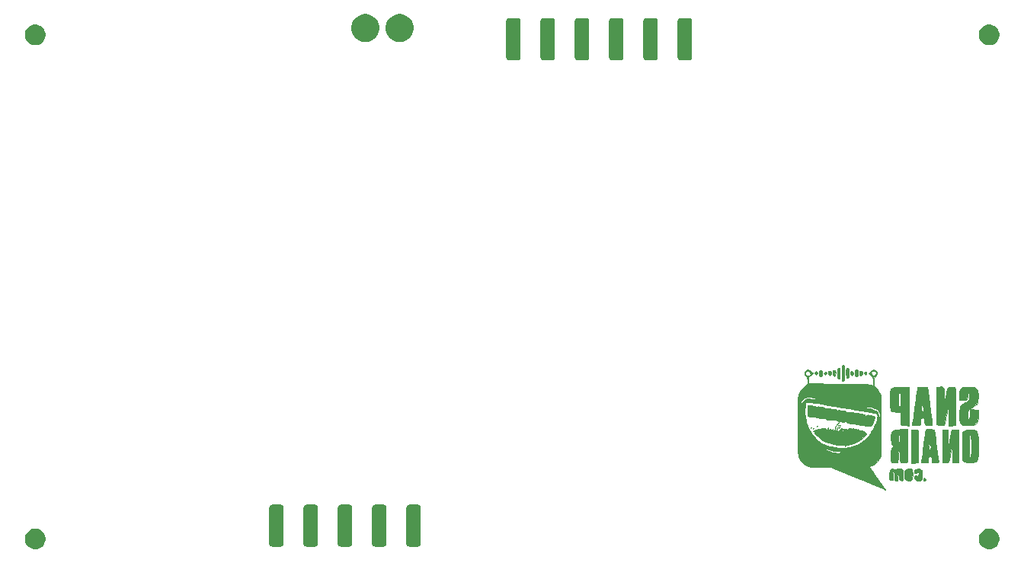
<source format=gbr>
G04 #@! TF.GenerationSoftware,KiCad,Pcbnew,(5.1.0)-1*
G04 #@! TF.CreationDate,2019-08-29T13:47:09+02:00*
G04 #@! TF.ProjectId,atkeyboard,61746b65-7962-46f6-9172-642e6b696361,rev?*
G04 #@! TF.SameCoordinates,Original*
G04 #@! TF.FileFunction,Soldermask,Bot*
G04 #@! TF.FilePolarity,Negative*
%FSLAX46Y46*%
G04 Gerber Fmt 4.6, Leading zero omitted, Abs format (unit mm)*
G04 Created by KiCad (PCBNEW (5.1.0)-1) date 2019-08-29 13:47:09*
%MOMM*%
%LPD*%
G04 APERTURE LIST*
%ADD10C,0.010000*%
%ADD11C,0.100000*%
G04 APERTURE END LIST*
D10*
G36*
X180221467Y-138138322D02*
G01*
X180085798Y-138261943D01*
X180030967Y-138328822D01*
X180069723Y-138350152D01*
X180190807Y-138236365D01*
X180250678Y-138167533D01*
X180411967Y-137977033D01*
X180221467Y-138138322D01*
X180221467Y-138138322D01*
G37*
X180221467Y-138138322D02*
X180085798Y-138261943D01*
X180030967Y-138328822D01*
X180069723Y-138350152D01*
X180190807Y-138236365D01*
X180250678Y-138167533D01*
X180411967Y-137977033D01*
X180221467Y-138138322D01*
G36*
X180200300Y-138400367D02*
G01*
X180242634Y-138442700D01*
X180284967Y-138400367D01*
X180242634Y-138358033D01*
X180200300Y-138400367D01*
X180200300Y-138400367D01*
G37*
X180200300Y-138400367D02*
X180242634Y-138442700D01*
X180284967Y-138400367D01*
X180242634Y-138358033D01*
X180200300Y-138400367D01*
G36*
X180369634Y-138400367D02*
G01*
X180411967Y-138442700D01*
X180454300Y-138400367D01*
X180411967Y-138358033D01*
X180369634Y-138400367D01*
X180369634Y-138400367D01*
G37*
X180369634Y-138400367D02*
X180411967Y-138442700D01*
X180454300Y-138400367D01*
X180411967Y-138358033D01*
X180369634Y-138400367D01*
G36*
X177829634Y-138485033D02*
G01*
X177871967Y-138527367D01*
X177914300Y-138485033D01*
X177871967Y-138442700D01*
X177829634Y-138485033D01*
X177829634Y-138485033D01*
G37*
X177829634Y-138485033D02*
X177871967Y-138527367D01*
X177914300Y-138485033D01*
X177871967Y-138442700D01*
X177829634Y-138485033D01*
G36*
X176868772Y-136191745D02*
G01*
X176826413Y-136343375D01*
X176818045Y-136622982D01*
X176821095Y-136774598D01*
X176837449Y-137392496D01*
X177100708Y-137416028D01*
X177389298Y-137447035D01*
X177617967Y-137477150D01*
X177853715Y-137510251D01*
X178020134Y-137531196D01*
X178146066Y-137568584D01*
X178168300Y-137596943D01*
X178237879Y-137636118D01*
X178396798Y-137637620D01*
X178570334Y-137605692D01*
X178655134Y-137569306D01*
X178747782Y-137554478D01*
X178760967Y-137591036D01*
X178829808Y-137669699D01*
X178892964Y-137680700D01*
X178987501Y-137712164D01*
X178985990Y-137744200D01*
X179033408Y-137781328D01*
X179196288Y-137801755D01*
X179421619Y-137805835D01*
X179656392Y-137793924D01*
X179847595Y-137766374D01*
X179927232Y-137737907D01*
X180010044Y-137722143D01*
X180011898Y-137777553D01*
X180076516Y-137862835D01*
X180303924Y-137938835D01*
X180445253Y-137967106D01*
X180717468Y-138007017D01*
X180878169Y-138000441D01*
X180980626Y-137939887D01*
X181028144Y-137885126D01*
X181114437Y-137784313D01*
X181120321Y-137818772D01*
X181103844Y-137869908D01*
X181120568Y-138024080D01*
X181288981Y-138121780D01*
X181599593Y-138158456D01*
X181703205Y-138157412D01*
X181928594Y-138162441D01*
X182066810Y-138188201D01*
X182084205Y-138202079D01*
X182179810Y-138251061D01*
X182413637Y-138307482D01*
X182755148Y-138364823D01*
X182994300Y-138396387D01*
X183229313Y-138429570D01*
X183499594Y-138473889D01*
X183502300Y-138474368D01*
X183725322Y-138493133D01*
X183878789Y-138469589D01*
X183889130Y-138463618D01*
X183981602Y-138338726D01*
X184033207Y-138231033D01*
X183163634Y-138231033D01*
X183121300Y-138273367D01*
X183078967Y-138231033D01*
X183121300Y-138188700D01*
X183163634Y-138231033D01*
X184033207Y-138231033D01*
X184089755Y-138113027D01*
X184147603Y-137958969D01*
X183234653Y-137958969D01*
X183214052Y-138006285D01*
X183128802Y-138097178D01*
X183079791Y-138078533D01*
X183078967Y-138066697D01*
X183139104Y-137995084D01*
X183176716Y-137968948D01*
X183234653Y-137958969D01*
X184147603Y-137958969D01*
X184179395Y-137874302D01*
X182133986Y-137874302D01*
X182113385Y-137921618D01*
X182028135Y-138012512D01*
X181979125Y-137993866D01*
X181978300Y-137982030D01*
X182038437Y-137910417D01*
X182076049Y-137884282D01*
X182133986Y-137874302D01*
X184179395Y-137874302D01*
X184188497Y-137850065D01*
X184199995Y-137807700D01*
X183248300Y-137807700D01*
X183205967Y-137850033D01*
X183163634Y-137807700D01*
X183205967Y-137765367D01*
X183248300Y-137807700D01*
X184199995Y-137807700D01*
X184222975Y-137723033D01*
X182147634Y-137723033D01*
X182105300Y-137765367D01*
X182062967Y-137723033D01*
X182105300Y-137680700D01*
X182147634Y-137723033D01*
X184222975Y-137723033D01*
X184245956Y-137638367D01*
X183248300Y-137638367D01*
X183205967Y-137680700D01*
X183163634Y-137638367D01*
X183205967Y-137596033D01*
X183248300Y-137638367D01*
X184245956Y-137638367D01*
X184252737Y-137613384D01*
X184264300Y-137513490D01*
X184217178Y-137391247D01*
X184051679Y-137317579D01*
X183946800Y-137296603D01*
X183717592Y-137255751D01*
X183560223Y-137223229D01*
X183544634Y-137219148D01*
X183421398Y-137249985D01*
X183308157Y-137327167D01*
X183199813Y-137413522D01*
X183187241Y-137383445D01*
X183198893Y-137350618D01*
X182208316Y-137350618D01*
X182190551Y-137435455D01*
X182184524Y-137451518D01*
X182117451Y-137555196D01*
X182079319Y-137555940D01*
X182080304Y-137546644D01*
X181124950Y-137546644D01*
X181109383Y-137656458D01*
X181080481Y-137657769D01*
X181060270Y-137544452D01*
X181073797Y-137495492D01*
X181077756Y-137492114D01*
X180080802Y-137492114D01*
X180069685Y-137517217D01*
X180000186Y-137591156D01*
X179975026Y-137504042D01*
X179974523Y-137472758D01*
X179997215Y-137421187D01*
X178824875Y-137421187D01*
X178813294Y-137426700D01*
X178736029Y-137367096D01*
X178718634Y-137342033D01*
X178697059Y-137262879D01*
X178708640Y-137257367D01*
X178785906Y-137316970D01*
X178803300Y-137342033D01*
X178824875Y-137421187D01*
X179997215Y-137421187D01*
X180011886Y-137387845D01*
X180046459Y-137393941D01*
X180080802Y-137492114D01*
X181077756Y-137492114D01*
X181111392Y-137463421D01*
X181124950Y-137546644D01*
X182080304Y-137546644D01*
X182088816Y-137466375D01*
X182137128Y-137404122D01*
X182208316Y-137350618D01*
X183198893Y-137350618D01*
X183208149Y-137324546D01*
X183202322Y-137299700D01*
X181216300Y-137299700D01*
X181173967Y-137342033D01*
X181131634Y-137299700D01*
X181173967Y-137257367D01*
X181216300Y-137299700D01*
X183202322Y-137299700D01*
X183186648Y-137232875D01*
X183151396Y-137215033D01*
X182232300Y-137215033D01*
X182189967Y-137257367D01*
X182147634Y-137215033D01*
X180115634Y-137215033D01*
X180073300Y-137257367D01*
X180030967Y-137215033D01*
X180049031Y-137196969D01*
X177731319Y-137196969D01*
X177710719Y-137244285D01*
X177625468Y-137335178D01*
X177576458Y-137316533D01*
X177575634Y-137304697D01*
X177635771Y-137233084D01*
X177673382Y-137206948D01*
X177731319Y-137196969D01*
X180049031Y-137196969D01*
X180073300Y-137172700D01*
X180115634Y-137215033D01*
X182147634Y-137215033D01*
X182189967Y-137172700D01*
X182232300Y-137215033D01*
X183151396Y-137215033D01*
X183035771Y-137156513D01*
X182918412Y-137130367D01*
X181216300Y-137130367D01*
X181173967Y-137172700D01*
X181131634Y-137130367D01*
X181173967Y-137088033D01*
X178845634Y-137088033D01*
X178814656Y-137157723D01*
X178789189Y-137144478D01*
X178779056Y-137043998D01*
X178789189Y-137031589D01*
X178839524Y-137043211D01*
X178845634Y-137088033D01*
X181173967Y-137088033D01*
X181216300Y-137130367D01*
X182918412Y-137130367D01*
X182741991Y-137091063D01*
X182316967Y-137034850D01*
X182104523Y-137005115D01*
X182094044Y-137003367D01*
X180115634Y-137003367D01*
X180084656Y-137073057D01*
X180059189Y-137059811D01*
X180049056Y-136959331D01*
X180059189Y-136946922D01*
X180109524Y-136958544D01*
X180115634Y-137003367D01*
X182094044Y-137003367D01*
X181818194Y-136957356D01*
X181700118Y-136935863D01*
X181421527Y-136902028D01*
X181264064Y-136923619D01*
X181245034Y-136940704D01*
X181168244Y-136955499D01*
X181156949Y-136942969D01*
X177815986Y-136942969D01*
X177795385Y-136990285D01*
X177710135Y-137081178D01*
X177661125Y-137062533D01*
X177660300Y-137050697D01*
X177720437Y-136979084D01*
X177758049Y-136952948D01*
X177815986Y-136942969D01*
X181156949Y-136942969D01*
X181124139Y-136906572D01*
X181095337Y-136876367D01*
X178930300Y-136876367D01*
X178887967Y-136918700D01*
X178845634Y-136876367D01*
X178887967Y-136834033D01*
X178930300Y-136876367D01*
X181095337Y-136876367D01*
X181024703Y-136802295D01*
X180986555Y-136787880D01*
X180866771Y-136770064D01*
X180653784Y-136730729D01*
X180596049Y-136719340D01*
X180306128Y-136697906D01*
X180135297Y-136765493D01*
X180047351Y-136820444D01*
X180058277Y-136776629D01*
X180050316Y-136707033D01*
X178930300Y-136707033D01*
X178887967Y-136749367D01*
X178845634Y-136707033D01*
X177829634Y-136707033D01*
X177787300Y-136749367D01*
X177744967Y-136707033D01*
X177787300Y-136664700D01*
X177829634Y-136707033D01*
X178845634Y-136707033D01*
X178887967Y-136664700D01*
X178930300Y-136707033D01*
X180050316Y-136707033D01*
X180047311Y-136680769D01*
X179881362Y-136608116D01*
X179555202Y-136556999D01*
X179310237Y-136537741D01*
X179309777Y-136537700D01*
X177829634Y-136537700D01*
X177787300Y-136580033D01*
X177744967Y-136537700D01*
X177787300Y-136495367D01*
X177829634Y-136537700D01*
X179309777Y-136537700D01*
X179039962Y-136513671D01*
X178839113Y-136481972D01*
X178774463Y-136461374D01*
X178645349Y-136417603D01*
X178424922Y-136370519D01*
X178368680Y-136361103D01*
X178144499Y-136319438D01*
X177999310Y-136281128D01*
X177983651Y-136273946D01*
X177895095Y-136299087D01*
X177867234Y-136333691D01*
X177788664Y-136378090D01*
X177755550Y-136343418D01*
X177640984Y-136269816D01*
X177448634Y-136216342D01*
X177239550Y-136180436D01*
X177109967Y-136155636D01*
X176958749Y-136138897D01*
X176868772Y-136191745D01*
X176868772Y-136191745D01*
G37*
X176868772Y-136191745D02*
X176826413Y-136343375D01*
X176818045Y-136622982D01*
X176821095Y-136774598D01*
X176837449Y-137392496D01*
X177100708Y-137416028D01*
X177389298Y-137447035D01*
X177617967Y-137477150D01*
X177853715Y-137510251D01*
X178020134Y-137531196D01*
X178146066Y-137568584D01*
X178168300Y-137596943D01*
X178237879Y-137636118D01*
X178396798Y-137637620D01*
X178570334Y-137605692D01*
X178655134Y-137569306D01*
X178747782Y-137554478D01*
X178760967Y-137591036D01*
X178829808Y-137669699D01*
X178892964Y-137680700D01*
X178987501Y-137712164D01*
X178985990Y-137744200D01*
X179033408Y-137781328D01*
X179196288Y-137801755D01*
X179421619Y-137805835D01*
X179656392Y-137793924D01*
X179847595Y-137766374D01*
X179927232Y-137737907D01*
X180010044Y-137722143D01*
X180011898Y-137777553D01*
X180076516Y-137862835D01*
X180303924Y-137938835D01*
X180445253Y-137967106D01*
X180717468Y-138007017D01*
X180878169Y-138000441D01*
X180980626Y-137939887D01*
X181028144Y-137885126D01*
X181114437Y-137784313D01*
X181120321Y-137818772D01*
X181103844Y-137869908D01*
X181120568Y-138024080D01*
X181288981Y-138121780D01*
X181599593Y-138158456D01*
X181703205Y-138157412D01*
X181928594Y-138162441D01*
X182066810Y-138188201D01*
X182084205Y-138202079D01*
X182179810Y-138251061D01*
X182413637Y-138307482D01*
X182755148Y-138364823D01*
X182994300Y-138396387D01*
X183229313Y-138429570D01*
X183499594Y-138473889D01*
X183502300Y-138474368D01*
X183725322Y-138493133D01*
X183878789Y-138469589D01*
X183889130Y-138463618D01*
X183981602Y-138338726D01*
X184033207Y-138231033D01*
X183163634Y-138231033D01*
X183121300Y-138273367D01*
X183078967Y-138231033D01*
X183121300Y-138188700D01*
X183163634Y-138231033D01*
X184033207Y-138231033D01*
X184089755Y-138113027D01*
X184147603Y-137958969D01*
X183234653Y-137958969D01*
X183214052Y-138006285D01*
X183128802Y-138097178D01*
X183079791Y-138078533D01*
X183078967Y-138066697D01*
X183139104Y-137995084D01*
X183176716Y-137968948D01*
X183234653Y-137958969D01*
X184147603Y-137958969D01*
X184179395Y-137874302D01*
X182133986Y-137874302D01*
X182113385Y-137921618D01*
X182028135Y-138012512D01*
X181979125Y-137993866D01*
X181978300Y-137982030D01*
X182038437Y-137910417D01*
X182076049Y-137884282D01*
X182133986Y-137874302D01*
X184179395Y-137874302D01*
X184188497Y-137850065D01*
X184199995Y-137807700D01*
X183248300Y-137807700D01*
X183205967Y-137850033D01*
X183163634Y-137807700D01*
X183205967Y-137765367D01*
X183248300Y-137807700D01*
X184199995Y-137807700D01*
X184222975Y-137723033D01*
X182147634Y-137723033D01*
X182105300Y-137765367D01*
X182062967Y-137723033D01*
X182105300Y-137680700D01*
X182147634Y-137723033D01*
X184222975Y-137723033D01*
X184245956Y-137638367D01*
X183248300Y-137638367D01*
X183205967Y-137680700D01*
X183163634Y-137638367D01*
X183205967Y-137596033D01*
X183248300Y-137638367D01*
X184245956Y-137638367D01*
X184252737Y-137613384D01*
X184264300Y-137513490D01*
X184217178Y-137391247D01*
X184051679Y-137317579D01*
X183946800Y-137296603D01*
X183717592Y-137255751D01*
X183560223Y-137223229D01*
X183544634Y-137219148D01*
X183421398Y-137249985D01*
X183308157Y-137327167D01*
X183199813Y-137413522D01*
X183187241Y-137383445D01*
X183198893Y-137350618D01*
X182208316Y-137350618D01*
X182190551Y-137435455D01*
X182184524Y-137451518D01*
X182117451Y-137555196D01*
X182079319Y-137555940D01*
X182080304Y-137546644D01*
X181124950Y-137546644D01*
X181109383Y-137656458D01*
X181080481Y-137657769D01*
X181060270Y-137544452D01*
X181073797Y-137495492D01*
X181077756Y-137492114D01*
X180080802Y-137492114D01*
X180069685Y-137517217D01*
X180000186Y-137591156D01*
X179975026Y-137504042D01*
X179974523Y-137472758D01*
X179997215Y-137421187D01*
X178824875Y-137421187D01*
X178813294Y-137426700D01*
X178736029Y-137367096D01*
X178718634Y-137342033D01*
X178697059Y-137262879D01*
X178708640Y-137257367D01*
X178785906Y-137316970D01*
X178803300Y-137342033D01*
X178824875Y-137421187D01*
X179997215Y-137421187D01*
X180011886Y-137387845D01*
X180046459Y-137393941D01*
X180080802Y-137492114D01*
X181077756Y-137492114D01*
X181111392Y-137463421D01*
X181124950Y-137546644D01*
X182080304Y-137546644D01*
X182088816Y-137466375D01*
X182137128Y-137404122D01*
X182208316Y-137350618D01*
X183198893Y-137350618D01*
X183208149Y-137324546D01*
X183202322Y-137299700D01*
X181216300Y-137299700D01*
X181173967Y-137342033D01*
X181131634Y-137299700D01*
X181173967Y-137257367D01*
X181216300Y-137299700D01*
X183202322Y-137299700D01*
X183186648Y-137232875D01*
X183151396Y-137215033D01*
X182232300Y-137215033D01*
X182189967Y-137257367D01*
X182147634Y-137215033D01*
X180115634Y-137215033D01*
X180073300Y-137257367D01*
X180030967Y-137215033D01*
X180049031Y-137196969D01*
X177731319Y-137196969D01*
X177710719Y-137244285D01*
X177625468Y-137335178D01*
X177576458Y-137316533D01*
X177575634Y-137304697D01*
X177635771Y-137233084D01*
X177673382Y-137206948D01*
X177731319Y-137196969D01*
X180049031Y-137196969D01*
X180073300Y-137172700D01*
X180115634Y-137215033D01*
X182147634Y-137215033D01*
X182189967Y-137172700D01*
X182232300Y-137215033D01*
X183151396Y-137215033D01*
X183035771Y-137156513D01*
X182918412Y-137130367D01*
X181216300Y-137130367D01*
X181173967Y-137172700D01*
X181131634Y-137130367D01*
X181173967Y-137088033D01*
X178845634Y-137088033D01*
X178814656Y-137157723D01*
X178789189Y-137144478D01*
X178779056Y-137043998D01*
X178789189Y-137031589D01*
X178839524Y-137043211D01*
X178845634Y-137088033D01*
X181173967Y-137088033D01*
X181216300Y-137130367D01*
X182918412Y-137130367D01*
X182741991Y-137091063D01*
X182316967Y-137034850D01*
X182104523Y-137005115D01*
X182094044Y-137003367D01*
X180115634Y-137003367D01*
X180084656Y-137073057D01*
X180059189Y-137059811D01*
X180049056Y-136959331D01*
X180059189Y-136946922D01*
X180109524Y-136958544D01*
X180115634Y-137003367D01*
X182094044Y-137003367D01*
X181818194Y-136957356D01*
X181700118Y-136935863D01*
X181421527Y-136902028D01*
X181264064Y-136923619D01*
X181245034Y-136940704D01*
X181168244Y-136955499D01*
X181156949Y-136942969D01*
X177815986Y-136942969D01*
X177795385Y-136990285D01*
X177710135Y-137081178D01*
X177661125Y-137062533D01*
X177660300Y-137050697D01*
X177720437Y-136979084D01*
X177758049Y-136952948D01*
X177815986Y-136942969D01*
X181156949Y-136942969D01*
X181124139Y-136906572D01*
X181095337Y-136876367D01*
X178930300Y-136876367D01*
X178887967Y-136918700D01*
X178845634Y-136876367D01*
X178887967Y-136834033D01*
X178930300Y-136876367D01*
X181095337Y-136876367D01*
X181024703Y-136802295D01*
X180986555Y-136787880D01*
X180866771Y-136770064D01*
X180653784Y-136730729D01*
X180596049Y-136719340D01*
X180306128Y-136697906D01*
X180135297Y-136765493D01*
X180047351Y-136820444D01*
X180058277Y-136776629D01*
X180050316Y-136707033D01*
X178930300Y-136707033D01*
X178887967Y-136749367D01*
X178845634Y-136707033D01*
X177829634Y-136707033D01*
X177787300Y-136749367D01*
X177744967Y-136707033D01*
X177787300Y-136664700D01*
X177829634Y-136707033D01*
X178845634Y-136707033D01*
X178887967Y-136664700D01*
X178930300Y-136707033D01*
X180050316Y-136707033D01*
X180047311Y-136680769D01*
X179881362Y-136608116D01*
X179555202Y-136556999D01*
X179310237Y-136537741D01*
X179309777Y-136537700D01*
X177829634Y-136537700D01*
X177787300Y-136580033D01*
X177744967Y-136537700D01*
X177787300Y-136495367D01*
X177829634Y-136537700D01*
X179309777Y-136537700D01*
X179039962Y-136513671D01*
X178839113Y-136481972D01*
X178774463Y-136461374D01*
X178645349Y-136417603D01*
X178424922Y-136370519D01*
X178368680Y-136361103D01*
X178144499Y-136319438D01*
X177999310Y-136281128D01*
X177983651Y-136273946D01*
X177895095Y-136299087D01*
X177867234Y-136333691D01*
X177788664Y-136378090D01*
X177755550Y-136343418D01*
X177640984Y-136269816D01*
X177448634Y-136216342D01*
X177239550Y-136180436D01*
X177109967Y-136155636D01*
X176958749Y-136138897D01*
X176868772Y-136191745D01*
G36*
X179959382Y-138476948D02*
G01*
X179868489Y-138562199D01*
X179887134Y-138611209D01*
X179898970Y-138612033D01*
X179970583Y-138551896D01*
X179996719Y-138514285D01*
X180006698Y-138456348D01*
X179959382Y-138476948D01*
X179959382Y-138476948D01*
G37*
X179959382Y-138476948D02*
X179868489Y-138562199D01*
X179887134Y-138611209D01*
X179898970Y-138612033D01*
X179970583Y-138551896D01*
X179996719Y-138514285D01*
X180006698Y-138456348D01*
X179959382Y-138476948D01*
G36*
X177152300Y-138654367D02*
G01*
X177194634Y-138696700D01*
X177236967Y-138654367D01*
X177194634Y-138612033D01*
X177152300Y-138654367D01*
X177152300Y-138654367D01*
G37*
X177152300Y-138654367D02*
X177194634Y-138696700D01*
X177236967Y-138654367D01*
X177194634Y-138612033D01*
X177152300Y-138654367D01*
G36*
X180115634Y-138654367D02*
G01*
X180157967Y-138696700D01*
X180200300Y-138654367D01*
X180157967Y-138612033D01*
X180115634Y-138654367D01*
X180115634Y-138654367D01*
G37*
X180115634Y-138654367D02*
X180157967Y-138696700D01*
X180200300Y-138654367D01*
X180157967Y-138612033D01*
X180115634Y-138654367D01*
G36*
X180382716Y-138561615D02*
G01*
X180291822Y-138646865D01*
X180310468Y-138695876D01*
X180322304Y-138696700D01*
X180393916Y-138636563D01*
X180420052Y-138598951D01*
X180430031Y-138541014D01*
X180382716Y-138561615D01*
X180382716Y-138561615D01*
G37*
X180382716Y-138561615D02*
X180291822Y-138646865D01*
X180310468Y-138695876D01*
X180322304Y-138696700D01*
X180393916Y-138636563D01*
X180420052Y-138598951D01*
X180430031Y-138541014D01*
X180382716Y-138561615D01*
G36*
X177406300Y-138739033D02*
G01*
X177448634Y-138781367D01*
X177490967Y-138739033D01*
X177448634Y-138696700D01*
X177406300Y-138739033D01*
X177406300Y-138739033D01*
G37*
X177406300Y-138739033D02*
X177448634Y-138781367D01*
X177490967Y-138739033D01*
X177448634Y-138696700D01*
X177406300Y-138739033D01*
G36*
X179861634Y-138739033D02*
G01*
X179903967Y-138781367D01*
X179946300Y-138739033D01*
X179903967Y-138696700D01*
X179861634Y-138739033D01*
X179861634Y-138739033D01*
G37*
X179861634Y-138739033D02*
X179903967Y-138781367D01*
X179946300Y-138739033D01*
X179903967Y-138696700D01*
X179861634Y-138739033D01*
G36*
X181808967Y-138739033D02*
G01*
X181851300Y-138781367D01*
X181893634Y-138739033D01*
X181851300Y-138696700D01*
X181808967Y-138739033D01*
X181808967Y-138739033D01*
G37*
X181808967Y-138739033D02*
X181851300Y-138781367D01*
X181893634Y-138739033D01*
X181851300Y-138696700D01*
X181808967Y-138739033D01*
G36*
X180030967Y-138823700D02*
G01*
X180073300Y-138866033D01*
X180115634Y-138823700D01*
X180073300Y-138781367D01*
X180030967Y-138823700D01*
X180030967Y-138823700D01*
G37*
X180030967Y-138823700D02*
X180073300Y-138866033D01*
X180115634Y-138823700D01*
X180073300Y-138781367D01*
X180030967Y-138823700D01*
G36*
X179014967Y-138823700D02*
G01*
X178958657Y-138926419D01*
X178937192Y-138872999D01*
X178936251Y-138855848D01*
X178899001Y-138772546D01*
X178771027Y-138739290D01*
X178528134Y-138744506D01*
X178075562Y-138786179D01*
X177757575Y-138847561D01*
X177539904Y-138935617D01*
X177515834Y-138950248D01*
X177426726Y-139015788D01*
X177480914Y-139021198D01*
X177575634Y-139003070D01*
X177716044Y-138980845D01*
X177707740Y-139015967D01*
X177640441Y-139069122D01*
X177572659Y-139138465D01*
X177579298Y-139219701D01*
X177677543Y-139345695D01*
X177884580Y-139549308D01*
X177898417Y-139562420D01*
X178365628Y-139944287D01*
X178862341Y-140215120D01*
X179454782Y-140410635D01*
X179485712Y-140418475D01*
X180124850Y-140547639D01*
X180692056Y-140588432D01*
X181246965Y-140547268D01*
X181944149Y-140369213D01*
X182592346Y-140045514D01*
X183034126Y-139705972D01*
X183256095Y-139483212D01*
X183340690Y-139325188D01*
X183303479Y-139247033D01*
X183248300Y-139247033D01*
X183205967Y-139289367D01*
X183163634Y-139247033D01*
X183205967Y-139204700D01*
X183248300Y-139247033D01*
X183303479Y-139247033D01*
X183281025Y-139199874D01*
X183217582Y-139162367D01*
X183078967Y-139162367D01*
X183036634Y-139204700D01*
X182994300Y-139162367D01*
X183036634Y-139120033D01*
X183078967Y-139162367D01*
X183217582Y-139162367D01*
X183070217Y-139075247D01*
X183043478Y-139063589D01*
X182881412Y-139063589D01*
X182869789Y-139113923D01*
X182824967Y-139120033D01*
X182755277Y-139089055D01*
X182768523Y-139063589D01*
X182869002Y-139053456D01*
X182881412Y-139063589D01*
X183043478Y-139063589D01*
X182880784Y-138992656D01*
X182677163Y-138918496D01*
X182601866Y-138923278D01*
X182611896Y-138967520D01*
X182611413Y-138996271D01*
X182534912Y-138913351D01*
X182434557Y-138815140D01*
X182400677Y-138859784D01*
X182400337Y-138871018D01*
X182373913Y-138938394D01*
X182343162Y-138908367D01*
X182232300Y-138908367D01*
X182189967Y-138950700D01*
X182184970Y-138945703D01*
X180792967Y-138945703D01*
X180731507Y-139031921D01*
X180708300Y-139035367D01*
X180625835Y-139006480D01*
X180623634Y-138998030D01*
X180624677Y-138996758D01*
X180510745Y-138996758D01*
X180492276Y-139111795D01*
X180430976Y-139065075D01*
X180415583Y-139041217D01*
X180419846Y-138934478D01*
X180438808Y-138917941D01*
X180501833Y-138943017D01*
X180510745Y-138996758D01*
X180624677Y-138996758D01*
X180682963Y-138925744D01*
X180708300Y-138908367D01*
X180786319Y-138915079D01*
X180792967Y-138945703D01*
X182184970Y-138945703D01*
X182147634Y-138908367D01*
X182189967Y-138866033D01*
X182232300Y-138908367D01*
X182343162Y-138908367D01*
X182336837Y-138902191D01*
X182238995Y-138823700D01*
X182062967Y-138823700D01*
X182020634Y-138866033D01*
X182000392Y-138845791D01*
X181602912Y-138845791D01*
X181519689Y-138859349D01*
X181409875Y-138843782D01*
X181408564Y-138814880D01*
X181521881Y-138794669D01*
X181570842Y-138808196D01*
X181602912Y-138845791D01*
X182000392Y-138845791D01*
X181978300Y-138823700D01*
X182020634Y-138781367D01*
X182062967Y-138823700D01*
X182238995Y-138823700D01*
X182186993Y-138781983D01*
X182009542Y-138751808D01*
X181913507Y-138795360D01*
X181810253Y-138829656D01*
X181771193Y-138788744D01*
X181645501Y-138705226D01*
X181474417Y-138699810D01*
X181334124Y-138763515D01*
X181295016Y-138844867D01*
X181281824Y-138943641D01*
X181240449Y-138877824D01*
X181231516Y-138856962D01*
X181225899Y-138850541D01*
X181079726Y-138850541D01*
X181054650Y-138913566D01*
X181000909Y-138922478D01*
X180890326Y-138909486D01*
X180877634Y-138899252D01*
X180940696Y-138833168D01*
X181049130Y-138827117D01*
X181079726Y-138850541D01*
X181225899Y-138850541D01*
X181149895Y-138763662D01*
X180993962Y-138751479D01*
X180726269Y-138818037D01*
X180708166Y-138823742D01*
X180577274Y-138849016D01*
X180575659Y-138789187D01*
X180586950Y-138769271D01*
X180606545Y-138708679D01*
X180516299Y-138762640D01*
X180491720Y-138781367D01*
X180302382Y-138951853D01*
X180254177Y-139071082D01*
X180310603Y-139145411D01*
X180354993Y-139192927D01*
X180284967Y-139179396D01*
X180185634Y-139092712D01*
X180181261Y-139039569D01*
X180140990Y-138975486D01*
X180022491Y-138995723D01*
X179895159Y-139014407D01*
X179898361Y-138959771D01*
X179886553Y-138878472D01*
X179831353Y-138866033D01*
X179692998Y-138927699D01*
X179663707Y-138971867D01*
X179627477Y-138990905D01*
X179613022Y-138908367D01*
X179594214Y-138796880D01*
X179538799Y-138842207D01*
X179522967Y-138866033D01*
X179454506Y-138934921D01*
X179446210Y-138908367D01*
X179353634Y-138908367D01*
X179311300Y-138950700D01*
X179305787Y-138945187D01*
X178824875Y-138945187D01*
X178813294Y-138950700D01*
X178736029Y-138891096D01*
X178724136Y-138873960D01*
X178591634Y-138873960D01*
X178520651Y-138936333D01*
X178422300Y-138950700D01*
X178284478Y-138937042D01*
X178252967Y-138918241D01*
X178276005Y-138903564D01*
X178141112Y-138903564D01*
X178083634Y-138950700D01*
X177929285Y-139022344D01*
X177871967Y-139032774D01*
X177856822Y-138997836D01*
X177914300Y-138950700D01*
X178068649Y-138879056D01*
X178125967Y-138868626D01*
X178141112Y-138903564D01*
X178276005Y-138903564D01*
X178322777Y-138873767D01*
X178422300Y-138841501D01*
X178557308Y-138836753D01*
X178591634Y-138873960D01*
X178724136Y-138873960D01*
X178718634Y-138866033D01*
X178697059Y-138786879D01*
X178708640Y-138781367D01*
X178785906Y-138840970D01*
X178803300Y-138866033D01*
X178824875Y-138945187D01*
X179305787Y-138945187D01*
X179268967Y-138908367D01*
X179311300Y-138866033D01*
X179353634Y-138908367D01*
X179446210Y-138908367D01*
X179439597Y-138887200D01*
X179370636Y-138791959D01*
X179318356Y-138781367D01*
X179182398Y-138845382D01*
X179155707Y-138887200D01*
X179117737Y-138906299D01*
X179100367Y-138823700D01*
X179087732Y-138654367D01*
X179014967Y-138823700D01*
X179014967Y-138823700D01*
G37*
X179014967Y-138823700D02*
X178958657Y-138926419D01*
X178937192Y-138872999D01*
X178936251Y-138855848D01*
X178899001Y-138772546D01*
X178771027Y-138739290D01*
X178528134Y-138744506D01*
X178075562Y-138786179D01*
X177757575Y-138847561D01*
X177539904Y-138935617D01*
X177515834Y-138950248D01*
X177426726Y-139015788D01*
X177480914Y-139021198D01*
X177575634Y-139003070D01*
X177716044Y-138980845D01*
X177707740Y-139015967D01*
X177640441Y-139069122D01*
X177572659Y-139138465D01*
X177579298Y-139219701D01*
X177677543Y-139345695D01*
X177884580Y-139549308D01*
X177898417Y-139562420D01*
X178365628Y-139944287D01*
X178862341Y-140215120D01*
X179454782Y-140410635D01*
X179485712Y-140418475D01*
X180124850Y-140547639D01*
X180692056Y-140588432D01*
X181246965Y-140547268D01*
X181944149Y-140369213D01*
X182592346Y-140045514D01*
X183034126Y-139705972D01*
X183256095Y-139483212D01*
X183340690Y-139325188D01*
X183303479Y-139247033D01*
X183248300Y-139247033D01*
X183205967Y-139289367D01*
X183163634Y-139247033D01*
X183205967Y-139204700D01*
X183248300Y-139247033D01*
X183303479Y-139247033D01*
X183281025Y-139199874D01*
X183217582Y-139162367D01*
X183078967Y-139162367D01*
X183036634Y-139204700D01*
X182994300Y-139162367D01*
X183036634Y-139120033D01*
X183078967Y-139162367D01*
X183217582Y-139162367D01*
X183070217Y-139075247D01*
X183043478Y-139063589D01*
X182881412Y-139063589D01*
X182869789Y-139113923D01*
X182824967Y-139120033D01*
X182755277Y-139089055D01*
X182768523Y-139063589D01*
X182869002Y-139053456D01*
X182881412Y-139063589D01*
X183043478Y-139063589D01*
X182880784Y-138992656D01*
X182677163Y-138918496D01*
X182601866Y-138923278D01*
X182611896Y-138967520D01*
X182611413Y-138996271D01*
X182534912Y-138913351D01*
X182434557Y-138815140D01*
X182400677Y-138859784D01*
X182400337Y-138871018D01*
X182373913Y-138938394D01*
X182343162Y-138908367D01*
X182232300Y-138908367D01*
X182189967Y-138950700D01*
X182184970Y-138945703D01*
X180792967Y-138945703D01*
X180731507Y-139031921D01*
X180708300Y-139035367D01*
X180625835Y-139006480D01*
X180623634Y-138998030D01*
X180624677Y-138996758D01*
X180510745Y-138996758D01*
X180492276Y-139111795D01*
X180430976Y-139065075D01*
X180415583Y-139041217D01*
X180419846Y-138934478D01*
X180438808Y-138917941D01*
X180501833Y-138943017D01*
X180510745Y-138996758D01*
X180624677Y-138996758D01*
X180682963Y-138925744D01*
X180708300Y-138908367D01*
X180786319Y-138915079D01*
X180792967Y-138945703D01*
X182184970Y-138945703D01*
X182147634Y-138908367D01*
X182189967Y-138866033D01*
X182232300Y-138908367D01*
X182343162Y-138908367D01*
X182336837Y-138902191D01*
X182238995Y-138823700D01*
X182062967Y-138823700D01*
X182020634Y-138866033D01*
X182000392Y-138845791D01*
X181602912Y-138845791D01*
X181519689Y-138859349D01*
X181409875Y-138843782D01*
X181408564Y-138814880D01*
X181521881Y-138794669D01*
X181570842Y-138808196D01*
X181602912Y-138845791D01*
X182000392Y-138845791D01*
X181978300Y-138823700D01*
X182020634Y-138781367D01*
X182062967Y-138823700D01*
X182238995Y-138823700D01*
X182186993Y-138781983D01*
X182009542Y-138751808D01*
X181913507Y-138795360D01*
X181810253Y-138829656D01*
X181771193Y-138788744D01*
X181645501Y-138705226D01*
X181474417Y-138699810D01*
X181334124Y-138763515D01*
X181295016Y-138844867D01*
X181281824Y-138943641D01*
X181240449Y-138877824D01*
X181231516Y-138856962D01*
X181225899Y-138850541D01*
X181079726Y-138850541D01*
X181054650Y-138913566D01*
X181000909Y-138922478D01*
X180890326Y-138909486D01*
X180877634Y-138899252D01*
X180940696Y-138833168D01*
X181049130Y-138827117D01*
X181079726Y-138850541D01*
X181225899Y-138850541D01*
X181149895Y-138763662D01*
X180993962Y-138751479D01*
X180726269Y-138818037D01*
X180708166Y-138823742D01*
X180577274Y-138849016D01*
X180575659Y-138789187D01*
X180586950Y-138769271D01*
X180606545Y-138708679D01*
X180516299Y-138762640D01*
X180491720Y-138781367D01*
X180302382Y-138951853D01*
X180254177Y-139071082D01*
X180310603Y-139145411D01*
X180354993Y-139192927D01*
X180284967Y-139179396D01*
X180185634Y-139092712D01*
X180181261Y-139039569D01*
X180140990Y-138975486D01*
X180022491Y-138995723D01*
X179895159Y-139014407D01*
X179898361Y-138959771D01*
X179886553Y-138878472D01*
X179831353Y-138866033D01*
X179692998Y-138927699D01*
X179663707Y-138971867D01*
X179627477Y-138990905D01*
X179613022Y-138908367D01*
X179594214Y-138796880D01*
X179538799Y-138842207D01*
X179522967Y-138866033D01*
X179454506Y-138934921D01*
X179446210Y-138908367D01*
X179353634Y-138908367D01*
X179311300Y-138950700D01*
X179305787Y-138945187D01*
X178824875Y-138945187D01*
X178813294Y-138950700D01*
X178736029Y-138891096D01*
X178724136Y-138873960D01*
X178591634Y-138873960D01*
X178520651Y-138936333D01*
X178422300Y-138950700D01*
X178284478Y-138937042D01*
X178252967Y-138918241D01*
X178276005Y-138903564D01*
X178141112Y-138903564D01*
X178083634Y-138950700D01*
X177929285Y-139022344D01*
X177871967Y-139032774D01*
X177856822Y-138997836D01*
X177914300Y-138950700D01*
X178068649Y-138879056D01*
X178125967Y-138868626D01*
X178141112Y-138903564D01*
X178276005Y-138903564D01*
X178322777Y-138873767D01*
X178422300Y-138841501D01*
X178557308Y-138836753D01*
X178591634Y-138873960D01*
X178724136Y-138873960D01*
X178718634Y-138866033D01*
X178697059Y-138786879D01*
X178708640Y-138781367D01*
X178785906Y-138840970D01*
X178803300Y-138866033D01*
X178824875Y-138945187D01*
X179305787Y-138945187D01*
X179268967Y-138908367D01*
X179311300Y-138866033D01*
X179353634Y-138908367D01*
X179446210Y-138908367D01*
X179439597Y-138887200D01*
X179370636Y-138791959D01*
X179318356Y-138781367D01*
X179182398Y-138845382D01*
X179155707Y-138887200D01*
X179117737Y-138906299D01*
X179100367Y-138823700D01*
X179087732Y-138654367D01*
X179014967Y-138823700D01*
G36*
X180962300Y-140686367D02*
G01*
X181004634Y-140728700D01*
X181046967Y-140686367D01*
X181004634Y-140644033D01*
X180962300Y-140686367D01*
X180962300Y-140686367D01*
G37*
X180962300Y-140686367D02*
X181004634Y-140728700D01*
X181046967Y-140686367D01*
X181004634Y-140644033D01*
X180962300Y-140686367D01*
G36*
X177654086Y-132460220D02*
G01*
X177614941Y-132598832D01*
X177657724Y-132725689D01*
X177759117Y-132770033D01*
X177884718Y-132709710D01*
X177914300Y-132565858D01*
X177875078Y-132408674D01*
X177772627Y-132382476D01*
X177654086Y-132460220D01*
X177654086Y-132460220D01*
G37*
X177654086Y-132460220D02*
X177614941Y-132598832D01*
X177657724Y-132725689D01*
X177759117Y-132770033D01*
X177884718Y-132709710D01*
X177914300Y-132565858D01*
X177875078Y-132408674D01*
X177772627Y-132382476D01*
X177654086Y-132460220D01*
G36*
X178656175Y-132530970D02*
G01*
X178633967Y-132600700D01*
X178704352Y-132720248D01*
X178782134Y-132753915D01*
X178902145Y-132724463D01*
X178930300Y-132600700D01*
X178887449Y-132461739D01*
X178782134Y-132447485D01*
X178656175Y-132530970D01*
X178656175Y-132530970D01*
G37*
X178656175Y-132530970D02*
X178633967Y-132600700D01*
X178704352Y-132720248D01*
X178782134Y-132753915D01*
X178902145Y-132724463D01*
X178930300Y-132600700D01*
X178887449Y-132461739D01*
X178782134Y-132447485D01*
X178656175Y-132530970D01*
G36*
X183113141Y-132488879D02*
G01*
X183080191Y-132610261D01*
X183147185Y-132718780D01*
X183230779Y-132745434D01*
X183364485Y-132687721D01*
X183394850Y-132594118D01*
X183347475Y-132458215D01*
X183243039Y-132431367D01*
X183113141Y-132488879D01*
X183113141Y-132488879D01*
G37*
X183113141Y-132488879D02*
X183080191Y-132610261D01*
X183147185Y-132718780D01*
X183230779Y-132745434D01*
X183364485Y-132687721D01*
X183394850Y-132594118D01*
X183347475Y-132458215D01*
X183243039Y-132431367D01*
X183113141Y-132488879D01*
G36*
X179147272Y-132380287D02*
G01*
X179112538Y-132511945D01*
X179116298Y-132600700D01*
X179170854Y-132796542D01*
X179278357Y-132856795D01*
X179381856Y-132798255D01*
X179426406Y-132677106D01*
X179438300Y-132544255D01*
X179392768Y-132385869D01*
X179267622Y-132346700D01*
X179147272Y-132380287D01*
X179147272Y-132380287D01*
G37*
X179147272Y-132380287D02*
X179112538Y-132511945D01*
X179116298Y-132600700D01*
X179170854Y-132796542D01*
X179278357Y-132856795D01*
X179381856Y-132798255D01*
X179426406Y-132677106D01*
X179438300Y-132544255D01*
X179392768Y-132385869D01*
X179267622Y-132346700D01*
X179147272Y-132380287D01*
G36*
X181619100Y-132387680D02*
G01*
X181584105Y-132538297D01*
X181585126Y-132600700D01*
X181626375Y-132794073D01*
X181739623Y-132854647D01*
X181744570Y-132854700D01*
X181856527Y-132803135D01*
X181893351Y-132626837D01*
X181893634Y-132600700D01*
X181865485Y-132412790D01*
X181764723Y-132348238D01*
X181734190Y-132346700D01*
X181619100Y-132387680D01*
X181619100Y-132387680D01*
G37*
X181619100Y-132387680D02*
X181584105Y-132538297D01*
X181585126Y-132600700D01*
X181626375Y-132794073D01*
X181739623Y-132854647D01*
X181744570Y-132854700D01*
X181856527Y-132803135D01*
X181893351Y-132626837D01*
X181893634Y-132600700D01*
X181865485Y-132412790D01*
X181764723Y-132348238D01*
X181734190Y-132346700D01*
X181619100Y-132387680D01*
G36*
X182613583Y-132389493D02*
G01*
X182571739Y-132545426D01*
X182570967Y-132586589D01*
X182620553Y-132766673D01*
X182737815Y-132840164D01*
X182867300Y-132784144D01*
X182900529Y-132675409D01*
X182909634Y-132544255D01*
X182863861Y-132385631D01*
X182740300Y-132346700D01*
X182613583Y-132389493D01*
X182613583Y-132389493D01*
G37*
X182613583Y-132389493D02*
X182571739Y-132545426D01*
X182570967Y-132586589D01*
X182620553Y-132766673D01*
X182737815Y-132840164D01*
X182867300Y-132784144D01*
X182900529Y-132675409D01*
X182909634Y-132544255D01*
X182863861Y-132385631D01*
X182740300Y-132346700D01*
X182613583Y-132389493D01*
G36*
X178153651Y-132296463D02*
G01*
X178126789Y-132429618D01*
X178128212Y-132448459D01*
X178114709Y-132660397D01*
X178080414Y-132770033D01*
X178073373Y-132870003D01*
X178207889Y-132908511D01*
X178219019Y-132909243D01*
X178377278Y-132906643D01*
X178429997Y-132888077D01*
X178437525Y-132789021D01*
X178445316Y-132594102D01*
X178445752Y-132579533D01*
X178426402Y-132377771D01*
X178334866Y-132290980D01*
X178282571Y-132279126D01*
X178153651Y-132296463D01*
X178153651Y-132296463D01*
G37*
X178153651Y-132296463D02*
X178126789Y-132429618D01*
X178128212Y-132448459D01*
X178114709Y-132660397D01*
X178080414Y-132770033D01*
X178073373Y-132870003D01*
X178207889Y-132908511D01*
X178219019Y-132909243D01*
X178377278Y-132906643D01*
X178429997Y-132888077D01*
X178437525Y-132789021D01*
X178445316Y-132594102D01*
X178445752Y-132579533D01*
X178426402Y-132377771D01*
X178334866Y-132290980D01*
X178282571Y-132279126D01*
X178153651Y-132296463D01*
G36*
X179659366Y-132295904D02*
G01*
X179612461Y-132427623D01*
X179607634Y-132549308D01*
X179642793Y-132741114D01*
X179725659Y-132880062D01*
X179822313Y-132926882D01*
X179886493Y-132872169D01*
X179912067Y-132753011D01*
X179932293Y-132546990D01*
X179932883Y-132537200D01*
X179924607Y-132344250D01*
X179851049Y-132269563D01*
X179778312Y-132262033D01*
X179659366Y-132295904D01*
X179659366Y-132295904D01*
G37*
X179659366Y-132295904D02*
X179612461Y-132427623D01*
X179607634Y-132549308D01*
X179642793Y-132741114D01*
X179725659Y-132880062D01*
X179822313Y-132926882D01*
X179886493Y-132872169D01*
X179912067Y-132753011D01*
X179932293Y-132546990D01*
X179932883Y-132537200D01*
X179924607Y-132344250D01*
X179851049Y-132269563D01*
X179778312Y-132262033D01*
X179659366Y-132295904D01*
G36*
X182153801Y-132214805D02*
G01*
X182103158Y-132352756D01*
X182085892Y-132550519D01*
X182100850Y-132835753D01*
X182178387Y-132965238D01*
X182184845Y-132968019D01*
X182319117Y-132978856D01*
X182351023Y-132961755D01*
X182382095Y-132852885D01*
X182399950Y-132639643D01*
X182401634Y-132544255D01*
X182387704Y-132307874D01*
X182335017Y-132199242D01*
X182252069Y-132177367D01*
X182153801Y-132214805D01*
X182153801Y-132214805D01*
G37*
X182153801Y-132214805D02*
X182103158Y-132352756D01*
X182085892Y-132550519D01*
X182100850Y-132835753D01*
X182178387Y-132965238D01*
X182184845Y-132968019D01*
X182319117Y-132978856D01*
X182351023Y-132961755D01*
X182382095Y-132852885D01*
X182399950Y-132639643D01*
X182401634Y-132544255D01*
X182387704Y-132307874D01*
X182335017Y-132199242D01*
X182252069Y-132177367D01*
X182153801Y-132214805D01*
G36*
X180189049Y-132027861D02*
G01*
X180141428Y-132111336D01*
X180120222Y-132294443D01*
X180115634Y-132586589D01*
X180123415Y-132904199D01*
X180151339Y-133084300D01*
X180206277Y-133158196D01*
X180242634Y-133165144D01*
X180362194Y-133161233D01*
X180380363Y-133158089D01*
X180388390Y-133076986D01*
X180399185Y-132870947D01*
X180410431Y-132584291D01*
X180410593Y-132579533D01*
X180415978Y-132274348D01*
X180400110Y-132101637D01*
X180354217Y-132025002D01*
X180272864Y-132008033D01*
X180189049Y-132027861D01*
X180189049Y-132027861D01*
G37*
X180189049Y-132027861D02*
X180141428Y-132111336D01*
X180120222Y-132294443D01*
X180115634Y-132586589D01*
X180123415Y-132904199D01*
X180151339Y-133084300D01*
X180206277Y-133158196D01*
X180242634Y-133165144D01*
X180362194Y-133161233D01*
X180380363Y-133158089D01*
X180388390Y-133076986D01*
X180399185Y-132870947D01*
X180410431Y-132584291D01*
X180410593Y-132579533D01*
X180415978Y-132274348D01*
X180400110Y-132101637D01*
X180354217Y-132025002D01*
X180272864Y-132008033D01*
X180189049Y-132027861D01*
G36*
X181133373Y-132039964D02*
G01*
X181122855Y-132071533D01*
X181098250Y-132367449D01*
X181098431Y-132671747D01*
X181120259Y-132934842D01*
X181160596Y-133107145D01*
X181190835Y-133145790D01*
X181323835Y-133123856D01*
X181354917Y-133089904D01*
X181392761Y-132932310D01*
X181407843Y-132638644D01*
X181398817Y-132240805D01*
X181394273Y-132156200D01*
X181334656Y-132049869D01*
X181222042Y-132003123D01*
X181133373Y-132039964D01*
X181133373Y-132039964D01*
G37*
X181133373Y-132039964D02*
X181122855Y-132071533D01*
X181098250Y-132367449D01*
X181098431Y-132671747D01*
X181120259Y-132934842D01*
X181160596Y-133107145D01*
X181190835Y-133145790D01*
X181323835Y-133123856D01*
X181354917Y-133089904D01*
X181392761Y-132932310D01*
X181407843Y-132638644D01*
X181398817Y-132240805D01*
X181394273Y-132156200D01*
X181334656Y-132049869D01*
X181222042Y-132003123D01*
X181133373Y-132039964D01*
G36*
X180706356Y-131690004D02*
G01*
X180624277Y-131781605D01*
X180617413Y-131817533D01*
X180613466Y-131997847D01*
X180610917Y-132281966D01*
X180609822Y-132615475D01*
X180610234Y-132943962D01*
X180612206Y-133213015D01*
X180615793Y-133368220D01*
X180615880Y-133369755D01*
X180683121Y-133479159D01*
X180807726Y-133497786D01*
X180900099Y-133412293D01*
X180900166Y-133412089D01*
X180909091Y-133300989D01*
X180913780Y-133067870D01*
X180914590Y-132759982D01*
X180911879Y-132424575D01*
X180906005Y-132108902D01*
X180897328Y-131860212D01*
X180887439Y-131732867D01*
X180819906Y-131665660D01*
X180706356Y-131690004D01*
X180706356Y-131690004D01*
G37*
X180706356Y-131690004D02*
X180624277Y-131781605D01*
X180617413Y-131817533D01*
X180613466Y-131997847D01*
X180610917Y-132281966D01*
X180609822Y-132615475D01*
X180610234Y-132943962D01*
X180612206Y-133213015D01*
X180615793Y-133368220D01*
X180615880Y-133369755D01*
X180683121Y-133479159D01*
X180807726Y-133497786D01*
X180900099Y-133412293D01*
X180900166Y-133412089D01*
X180909091Y-133300989D01*
X180913780Y-133067870D01*
X180914590Y-132759982D01*
X180911879Y-132424575D01*
X180906005Y-132108902D01*
X180897328Y-131860212D01*
X180887439Y-131732867D01*
X180819906Y-131665660D01*
X180706356Y-131690004D01*
G36*
X187356575Y-134119333D02*
G01*
X187023395Y-134126796D01*
X186724010Y-134137046D01*
X186513260Y-134148714D01*
X186460306Y-134154316D01*
X186327068Y-134196506D01*
X186181013Y-134267978D01*
X186075935Y-134337855D01*
X186065632Y-134375264D01*
X186073834Y-134376125D01*
X186093517Y-134429020D01*
X186054906Y-134490511D01*
X186015049Y-134624248D01*
X185989641Y-134883631D01*
X185977866Y-135227089D01*
X185978908Y-135613054D01*
X185991951Y-135999956D01*
X186016179Y-136346225D01*
X186050776Y-136610293D01*
X186094926Y-136750589D01*
X186099375Y-136755759D01*
X186233862Y-136818804D01*
X186476562Y-136877316D01*
X186686493Y-136908041D01*
X187174204Y-136961033D01*
X187158491Y-137659533D01*
X187153325Y-138002175D01*
X187162459Y-138209873D01*
X187194389Y-138316921D01*
X187257612Y-138357608D01*
X187333372Y-138365308D01*
X187558052Y-138376916D01*
X187799134Y-138392745D01*
X188074300Y-138412907D01*
X188078237Y-137602303D01*
X188080858Y-137215291D01*
X188085316Y-136716046D01*
X188091048Y-136161649D01*
X188096271Y-135713755D01*
X187160887Y-135713755D01*
X187160570Y-135980308D01*
X187152418Y-136164049D01*
X187150880Y-136177867D01*
X187074111Y-136234495D01*
X187015967Y-136241367D01*
X186950598Y-136209313D01*
X186911464Y-136093066D01*
X186892874Y-135862489D01*
X186888967Y-135569030D01*
X186905441Y-135172356D01*
X186952616Y-134911541D01*
X187027122Y-134797758D01*
X187112487Y-134827998D01*
X187129169Y-134921511D01*
X187143752Y-135133928D01*
X187154803Y-135414819D01*
X187160887Y-135713755D01*
X188096271Y-135713755D01*
X188097491Y-135609185D01*
X188099403Y-135458169D01*
X188116634Y-134124638D01*
X187904967Y-134118245D01*
X187668712Y-134116026D01*
X187356575Y-134119333D01*
X187356575Y-134119333D01*
G37*
X187356575Y-134119333D02*
X187023395Y-134126796D01*
X186724010Y-134137046D01*
X186513260Y-134148714D01*
X186460306Y-134154316D01*
X186327068Y-134196506D01*
X186181013Y-134267978D01*
X186075935Y-134337855D01*
X186065632Y-134375264D01*
X186073834Y-134376125D01*
X186093517Y-134429020D01*
X186054906Y-134490511D01*
X186015049Y-134624248D01*
X185989641Y-134883631D01*
X185977866Y-135227089D01*
X185978908Y-135613054D01*
X185991951Y-135999956D01*
X186016179Y-136346225D01*
X186050776Y-136610293D01*
X186094926Y-136750589D01*
X186099375Y-136755759D01*
X186233862Y-136818804D01*
X186476562Y-136877316D01*
X186686493Y-136908041D01*
X187174204Y-136961033D01*
X187158491Y-137659533D01*
X187153325Y-138002175D01*
X187162459Y-138209873D01*
X187194389Y-138316921D01*
X187257612Y-138357608D01*
X187333372Y-138365308D01*
X187558052Y-138376916D01*
X187799134Y-138392745D01*
X188074300Y-138412907D01*
X188078237Y-137602303D01*
X188080858Y-137215291D01*
X188085316Y-136716046D01*
X188091048Y-136161649D01*
X188096271Y-135713755D01*
X187160887Y-135713755D01*
X187160570Y-135980308D01*
X187152418Y-136164049D01*
X187150880Y-136177867D01*
X187074111Y-136234495D01*
X187015967Y-136241367D01*
X186950598Y-136209313D01*
X186911464Y-136093066D01*
X186892874Y-135862489D01*
X186888967Y-135569030D01*
X186905441Y-135172356D01*
X186952616Y-134911541D01*
X187027122Y-134797758D01*
X187112487Y-134827998D01*
X187129169Y-134921511D01*
X187143752Y-135133928D01*
X187154803Y-135414819D01*
X187160887Y-135713755D01*
X188096271Y-135713755D01*
X188097491Y-135609185D01*
X188099403Y-135458169D01*
X188116634Y-134124638D01*
X187904967Y-134118245D01*
X187668712Y-134116026D01*
X187356575Y-134119333D01*
G36*
X189702309Y-134119156D02*
G01*
X189443211Y-134127428D01*
X189210028Y-134137992D01*
X189059564Y-134148851D01*
X189032829Y-134153991D01*
X189015365Y-134238986D01*
X188987377Y-134439592D01*
X188968980Y-134591394D01*
X188933221Y-134877245D01*
X188898493Y-135117124D01*
X188885622Y-135191346D01*
X188854499Y-135380795D01*
X188815873Y-135654351D01*
X188799123Y-135784012D01*
X188758288Y-136103540D01*
X188717848Y-136408863D01*
X188705982Y-136495367D01*
X188666611Y-136791944D01*
X188627595Y-137105934D01*
X188625750Y-137121501D01*
X188573534Y-137527747D01*
X188515394Y-137924908D01*
X188462950Y-138233644D01*
X188462562Y-138235659D01*
X188462097Y-138334472D01*
X188535901Y-138383915D01*
X188722357Y-138399921D01*
X188859503Y-138400426D01*
X189117638Y-138392105D01*
X189259757Y-138343965D01*
X189326596Y-138215680D01*
X189358890Y-137966922D01*
X189364690Y-137900301D01*
X189404203Y-137673884D01*
X189489818Y-137567764D01*
X189580425Y-137540999D01*
X189724193Y-137554556D01*
X189775436Y-137684689D01*
X189778217Y-137723564D01*
X189799608Y-138056239D01*
X189841077Y-138254934D01*
X189930437Y-138354830D01*
X190095497Y-138391103D01*
X190311497Y-138398119D01*
X190539565Y-138393728D01*
X190641256Y-138353911D01*
X190659264Y-138252678D01*
X190652754Y-138190385D01*
X190628474Y-137987386D01*
X190594965Y-137693770D01*
X190571748Y-137484634D01*
X190535426Y-137180623D01*
X190499320Y-136921551D01*
X190479742Y-136807301D01*
X190450626Y-136618663D01*
X190440017Y-136528243D01*
X189672311Y-136528243D01*
X189662711Y-136723538D01*
X189625360Y-136814619D01*
X189568621Y-136834033D01*
X189500240Y-136804803D01*
X189470751Y-136694084D01*
X189474850Y-136467330D01*
X189487386Y-136304867D01*
X189510928Y-135998446D01*
X189525419Y-135743123D01*
X189527891Y-135617963D01*
X189544529Y-135510440D01*
X189572279Y-135509790D01*
X189600678Y-135612643D01*
X189630313Y-135839038D01*
X189655441Y-136143324D01*
X189658689Y-136196693D01*
X189672311Y-136528243D01*
X190440017Y-136528243D01*
X190417744Y-136338422D01*
X190399989Y-136156700D01*
X190368569Y-135828583D01*
X190333128Y-135515569D01*
X190286101Y-135155701D01*
X190224291Y-134717367D01*
X190190186Y-134462889D01*
X190169014Y-134272363D01*
X190166140Y-134230533D01*
X190104127Y-134127139D01*
X190071023Y-134117482D01*
X189930514Y-134115175D01*
X189702309Y-134119156D01*
X189702309Y-134119156D01*
G37*
X189702309Y-134119156D02*
X189443211Y-134127428D01*
X189210028Y-134137992D01*
X189059564Y-134148851D01*
X189032829Y-134153991D01*
X189015365Y-134238986D01*
X188987377Y-134439592D01*
X188968980Y-134591394D01*
X188933221Y-134877245D01*
X188898493Y-135117124D01*
X188885622Y-135191346D01*
X188854499Y-135380795D01*
X188815873Y-135654351D01*
X188799123Y-135784012D01*
X188758288Y-136103540D01*
X188717848Y-136408863D01*
X188705982Y-136495367D01*
X188666611Y-136791944D01*
X188627595Y-137105934D01*
X188625750Y-137121501D01*
X188573534Y-137527747D01*
X188515394Y-137924908D01*
X188462950Y-138233644D01*
X188462562Y-138235659D01*
X188462097Y-138334472D01*
X188535901Y-138383915D01*
X188722357Y-138399921D01*
X188859503Y-138400426D01*
X189117638Y-138392105D01*
X189259757Y-138343965D01*
X189326596Y-138215680D01*
X189358890Y-137966922D01*
X189364690Y-137900301D01*
X189404203Y-137673884D01*
X189489818Y-137567764D01*
X189580425Y-137540999D01*
X189724193Y-137554556D01*
X189775436Y-137684689D01*
X189778217Y-137723564D01*
X189799608Y-138056239D01*
X189841077Y-138254934D01*
X189930437Y-138354830D01*
X190095497Y-138391103D01*
X190311497Y-138398119D01*
X190539565Y-138393728D01*
X190641256Y-138353911D01*
X190659264Y-138252678D01*
X190652754Y-138190385D01*
X190628474Y-137987386D01*
X190594965Y-137693770D01*
X190571748Y-137484634D01*
X190535426Y-137180623D01*
X190499320Y-136921551D01*
X190479742Y-136807301D01*
X190450626Y-136618663D01*
X190440017Y-136528243D01*
X189672311Y-136528243D01*
X189662711Y-136723538D01*
X189625360Y-136814619D01*
X189568621Y-136834033D01*
X189500240Y-136804803D01*
X189470751Y-136694084D01*
X189474850Y-136467330D01*
X189487386Y-136304867D01*
X189510928Y-135998446D01*
X189525419Y-135743123D01*
X189527891Y-135617963D01*
X189544529Y-135510440D01*
X189572279Y-135509790D01*
X189600678Y-135612643D01*
X189630313Y-135839038D01*
X189655441Y-136143324D01*
X189658689Y-136196693D01*
X189672311Y-136528243D01*
X190440017Y-136528243D01*
X190417744Y-136338422D01*
X190399989Y-136156700D01*
X190368569Y-135828583D01*
X190333128Y-135515569D01*
X190286101Y-135155701D01*
X190224291Y-134717367D01*
X190190186Y-134462889D01*
X190169014Y-134272363D01*
X190166140Y-134230533D01*
X190104127Y-134127139D01*
X190071023Y-134117482D01*
X189930514Y-134115175D01*
X189702309Y-134119156D01*
G36*
X191418141Y-134108972D02*
G01*
X191397467Y-134111366D01*
X191122300Y-134143226D01*
X191123597Y-136187130D01*
X191126443Y-136761652D01*
X191133743Y-137281421D01*
X191144769Y-137721957D01*
X191158794Y-138058775D01*
X191175090Y-138267394D01*
X191187097Y-138323536D01*
X191301354Y-138371842D01*
X191523861Y-138394864D01*
X191794970Y-138389321D01*
X191979313Y-138367106D01*
X192025208Y-138286481D01*
X192078540Y-138094326D01*
X192098028Y-137998200D01*
X192141122Y-137768386D01*
X192170865Y-137618886D01*
X192176168Y-137596033D01*
X192200681Y-137486363D01*
X192245301Y-137270217D01*
X192297964Y-137007366D01*
X192346607Y-136757585D01*
X192363742Y-136666607D01*
X192407591Y-136476319D01*
X192438816Y-136449589D01*
X192457830Y-136588012D01*
X192465048Y-136893183D01*
X192464761Y-137056713D01*
X192463725Y-137431997D01*
X192465047Y-137790877D01*
X192468437Y-138059271D01*
X192468718Y-138071676D01*
X192476967Y-138420319D01*
X192857967Y-138411443D01*
X193086633Y-138397478D01*
X193225465Y-138372401D01*
X193244182Y-138359133D01*
X193246240Y-138265933D01*
X193249269Y-138026857D01*
X193253036Y-137665355D01*
X193257310Y-137204880D01*
X193261858Y-136668884D01*
X193265349Y-136226011D01*
X193269818Y-135578352D01*
X193271135Y-135080083D01*
X193267855Y-134711267D01*
X193258536Y-134451969D01*
X193241734Y-134282253D01*
X193216006Y-134182183D01*
X193179909Y-134131825D01*
X193131999Y-134111241D01*
X193111967Y-134107347D01*
X192842976Y-134095750D01*
X192588572Y-134139477D01*
X192404300Y-134223984D01*
X192345077Y-134308171D01*
X192316329Y-134468232D01*
X192264928Y-134724398D01*
X192227754Y-134900838D01*
X192161845Y-135223041D01*
X192104229Y-135529948D01*
X192084163Y-135648700D01*
X192042194Y-135876427D01*
X192010610Y-135953956D01*
X191988525Y-135876891D01*
X191975055Y-135640836D01*
X191969316Y-135241394D01*
X191968967Y-135076352D01*
X191966611Y-134644786D01*
X191949186Y-134356324D01*
X191901159Y-134184739D01*
X191806999Y-134103804D01*
X191651170Y-134087291D01*
X191418141Y-134108972D01*
X191418141Y-134108972D01*
G37*
X191418141Y-134108972D02*
X191397467Y-134111366D01*
X191122300Y-134143226D01*
X191123597Y-136187130D01*
X191126443Y-136761652D01*
X191133743Y-137281421D01*
X191144769Y-137721957D01*
X191158794Y-138058775D01*
X191175090Y-138267394D01*
X191187097Y-138323536D01*
X191301354Y-138371842D01*
X191523861Y-138394864D01*
X191794970Y-138389321D01*
X191979313Y-138367106D01*
X192025208Y-138286481D01*
X192078540Y-138094326D01*
X192098028Y-137998200D01*
X192141122Y-137768386D01*
X192170865Y-137618886D01*
X192176168Y-137596033D01*
X192200681Y-137486363D01*
X192245301Y-137270217D01*
X192297964Y-137007366D01*
X192346607Y-136757585D01*
X192363742Y-136666607D01*
X192407591Y-136476319D01*
X192438816Y-136449589D01*
X192457830Y-136588012D01*
X192465048Y-136893183D01*
X192464761Y-137056713D01*
X192463725Y-137431997D01*
X192465047Y-137790877D01*
X192468437Y-138059271D01*
X192468718Y-138071676D01*
X192476967Y-138420319D01*
X192857967Y-138411443D01*
X193086633Y-138397478D01*
X193225465Y-138372401D01*
X193244182Y-138359133D01*
X193246240Y-138265933D01*
X193249269Y-138026857D01*
X193253036Y-137665355D01*
X193257310Y-137204880D01*
X193261858Y-136668884D01*
X193265349Y-136226011D01*
X193269818Y-135578352D01*
X193271135Y-135080083D01*
X193267855Y-134711267D01*
X193258536Y-134451969D01*
X193241734Y-134282253D01*
X193216006Y-134182183D01*
X193179909Y-134131825D01*
X193131999Y-134111241D01*
X193111967Y-134107347D01*
X192842976Y-134095750D01*
X192588572Y-134139477D01*
X192404300Y-134223984D01*
X192345077Y-134308171D01*
X192316329Y-134468232D01*
X192264928Y-134724398D01*
X192227754Y-134900838D01*
X192161845Y-135223041D01*
X192104229Y-135529948D01*
X192084163Y-135648700D01*
X192042194Y-135876427D01*
X192010610Y-135953956D01*
X191988525Y-135876891D01*
X191975055Y-135640836D01*
X191969316Y-135241394D01*
X191968967Y-135076352D01*
X191966611Y-134644786D01*
X191949186Y-134356324D01*
X191901159Y-134184739D01*
X191806999Y-134103804D01*
X191651170Y-134087291D01*
X191418141Y-134108972D01*
G36*
X194402169Y-134133818D02*
G01*
X194130940Y-134153442D01*
X193969117Y-134181065D01*
X193950142Y-134189496D01*
X193780763Y-134400500D01*
X193683971Y-134749925D01*
X193662300Y-135083907D01*
X193662300Y-135546247D01*
X193983067Y-135576837D01*
X194298152Y-135595641D01*
X194481495Y-135561609D01*
X194568098Y-135451406D01*
X194592962Y-135241695D01*
X194593634Y-135169769D01*
X194610380Y-134920466D01*
X194663677Y-134822428D01*
X194699467Y-134823200D01*
X194769382Y-134927619D01*
X194803649Y-135155530D01*
X194805300Y-135229374D01*
X194797556Y-135436276D01*
X194751333Y-135573053D01*
X194632150Y-135686509D01*
X194405523Y-135823452D01*
X194340993Y-135859607D01*
X194077349Y-136029036D01*
X193869156Y-136202793D01*
X193778539Y-136315808D01*
X193732820Y-136498806D01*
X193703339Y-136808339D01*
X193693635Y-137202087D01*
X193694856Y-137316891D01*
X193714306Y-137756281D01*
X193763458Y-138053917D01*
X193856535Y-138236673D01*
X194007759Y-138331418D01*
X194231351Y-138365025D01*
X194249983Y-138365779D01*
X194488165Y-138375603D01*
X194765341Y-138388675D01*
X194775149Y-138389171D01*
X195061769Y-138381888D01*
X195323831Y-138342571D01*
X195327904Y-138341528D01*
X195573241Y-138194724D01*
X195729856Y-137907330D01*
X195795776Y-137484182D01*
X195792988Y-137201288D01*
X195764675Y-136679543D01*
X194847403Y-136622367D01*
X194847518Y-137151533D01*
X194838513Y-137453399D01*
X194806251Y-137618428D01*
X194743114Y-137678396D01*
X194720634Y-137680700D01*
X194640988Y-137659119D01*
X194596570Y-137570646D01*
X194578573Y-137379691D01*
X194577553Y-137102505D01*
X194596482Y-136836405D01*
X194670000Y-136657811D01*
X194834002Y-136515179D01*
X195081807Y-136378413D01*
X195334509Y-136237160D01*
X195531962Y-136103322D01*
X195599299Y-136042152D01*
X195676410Y-135865422D01*
X195734374Y-135577751D01*
X195767002Y-135237034D01*
X195768103Y-134901166D01*
X195744293Y-134686085D01*
X195676541Y-134432918D01*
X195565409Y-134268522D01*
X195378215Y-134174747D01*
X195082275Y-134133443D01*
X194735753Y-134125996D01*
X194402169Y-134133818D01*
X194402169Y-134133818D01*
G37*
X194402169Y-134133818D02*
X194130940Y-134153442D01*
X193969117Y-134181065D01*
X193950142Y-134189496D01*
X193780763Y-134400500D01*
X193683971Y-134749925D01*
X193662300Y-135083907D01*
X193662300Y-135546247D01*
X193983067Y-135576837D01*
X194298152Y-135595641D01*
X194481495Y-135561609D01*
X194568098Y-135451406D01*
X194592962Y-135241695D01*
X194593634Y-135169769D01*
X194610380Y-134920466D01*
X194663677Y-134822428D01*
X194699467Y-134823200D01*
X194769382Y-134927619D01*
X194803649Y-135155530D01*
X194805300Y-135229374D01*
X194797556Y-135436276D01*
X194751333Y-135573053D01*
X194632150Y-135686509D01*
X194405523Y-135823452D01*
X194340993Y-135859607D01*
X194077349Y-136029036D01*
X193869156Y-136202793D01*
X193778539Y-136315808D01*
X193732820Y-136498806D01*
X193703339Y-136808339D01*
X193693635Y-137202087D01*
X193694856Y-137316891D01*
X193714306Y-137756281D01*
X193763458Y-138053917D01*
X193856535Y-138236673D01*
X194007759Y-138331418D01*
X194231351Y-138365025D01*
X194249983Y-138365779D01*
X194488165Y-138375603D01*
X194765341Y-138388675D01*
X194775149Y-138389171D01*
X195061769Y-138381888D01*
X195323831Y-138342571D01*
X195327904Y-138341528D01*
X195573241Y-138194724D01*
X195729856Y-137907330D01*
X195795776Y-137484182D01*
X195792988Y-137201288D01*
X195764675Y-136679543D01*
X194847403Y-136622367D01*
X194847518Y-137151533D01*
X194838513Y-137453399D01*
X194806251Y-137618428D01*
X194743114Y-137678396D01*
X194720634Y-137680700D01*
X194640988Y-137659119D01*
X194596570Y-137570646D01*
X194578573Y-137379691D01*
X194577553Y-137102505D01*
X194596482Y-136836405D01*
X194670000Y-136657811D01*
X194834002Y-136515179D01*
X195081807Y-136378413D01*
X195334509Y-136237160D01*
X195531962Y-136103322D01*
X195599299Y-136042152D01*
X195676410Y-135865422D01*
X195734374Y-135577751D01*
X195767002Y-135237034D01*
X195768103Y-134901166D01*
X195744293Y-134686085D01*
X195676541Y-134432918D01*
X195565409Y-134268522D01*
X195378215Y-134174747D01*
X195082275Y-134133443D01*
X194735753Y-134125996D01*
X194402169Y-134133818D01*
G36*
X193217800Y-138882332D02*
G01*
X192857967Y-138908367D01*
X192684416Y-139753205D01*
X192608764Y-140094477D01*
X192540654Y-140353084D01*
X192488832Y-140498508D01*
X192466053Y-140515205D01*
X192447238Y-140398542D01*
X192434322Y-140155286D01*
X192429088Y-139828128D01*
X192429879Y-139649200D01*
X192438514Y-138866033D01*
X191799634Y-138866033D01*
X191799634Y-142506700D01*
X192140958Y-142506700D01*
X192389344Y-142482544D01*
X192522743Y-142383810D01*
X192591806Y-142171101D01*
X192595078Y-142153478D01*
X192690922Y-141635071D01*
X192763854Y-141266166D01*
X192818044Y-141029111D01*
X192857664Y-140906253D01*
X192886883Y-140879942D01*
X192894082Y-140887972D01*
X192915257Y-141004122D01*
X192929599Y-141246468D01*
X192935083Y-141571939D01*
X192934070Y-141737914D01*
X192923900Y-142506700D01*
X193577634Y-142506700D01*
X193577634Y-138856297D01*
X193217800Y-138882332D01*
X193217800Y-138882332D01*
G37*
X193217800Y-138882332D02*
X192857967Y-138908367D01*
X192684416Y-139753205D01*
X192608764Y-140094477D01*
X192540654Y-140353084D01*
X192488832Y-140498508D01*
X192466053Y-140515205D01*
X192447238Y-140398542D01*
X192434322Y-140155286D01*
X192429088Y-139828128D01*
X192429879Y-139649200D01*
X192438514Y-138866033D01*
X191799634Y-138866033D01*
X191799634Y-142506700D01*
X192140958Y-142506700D01*
X192389344Y-142482544D01*
X192522743Y-142383810D01*
X192591806Y-142171101D01*
X192595078Y-142153478D01*
X192690922Y-141635071D01*
X192763854Y-141266166D01*
X192818044Y-141029111D01*
X192857664Y-140906253D01*
X192886883Y-140879942D01*
X192894082Y-140887972D01*
X192915257Y-141004122D01*
X192929599Y-141246468D01*
X192935083Y-141571939D01*
X192934070Y-141737914D01*
X192923900Y-142506700D01*
X193577634Y-142506700D01*
X193577634Y-138856297D01*
X193217800Y-138882332D01*
G36*
X194496339Y-138889241D02*
G01*
X194251430Y-138965135D01*
X194167964Y-139020233D01*
X194099280Y-139082463D01*
X194049618Y-139158237D01*
X194016056Y-139273508D01*
X193995668Y-139454231D01*
X193985530Y-139726359D01*
X193982718Y-140115846D01*
X193984307Y-140648647D01*
X193984314Y-140650066D01*
X193986791Y-141133786D01*
X193989448Y-141557619D01*
X193992065Y-141892987D01*
X193994424Y-142111312D01*
X193996029Y-142183152D01*
X194053375Y-142282492D01*
X194134015Y-142373652D01*
X194291797Y-142444753D01*
X194559892Y-142489856D01*
X194881032Y-142507274D01*
X195197950Y-142495319D01*
X195453380Y-142452306D01*
X195546134Y-142415251D01*
X195662905Y-142269036D01*
X195694300Y-142126490D01*
X195717900Y-141954698D01*
X195757800Y-141884782D01*
X195783543Y-141787878D01*
X195801293Y-141558346D01*
X195811252Y-141232697D01*
X195813626Y-140847436D01*
X195811301Y-140657883D01*
X195011497Y-140657883D01*
X195007646Y-141094734D01*
X194998206Y-141471814D01*
X194984461Y-141756332D01*
X194967695Y-141915497D01*
X194961515Y-141935260D01*
X194885064Y-141987988D01*
X194824775Y-141878708D01*
X194782158Y-141614111D01*
X194758724Y-141200886D01*
X194755325Y-141021692D01*
X194750348Y-140469865D01*
X194750830Y-140064923D01*
X194758675Y-139784453D01*
X194775787Y-139606045D01*
X194804068Y-139507287D01*
X194845422Y-139465767D01*
X194888060Y-139458700D01*
X194938320Y-139483406D01*
X194973329Y-139573479D01*
X194995550Y-139752850D01*
X195007446Y-140045449D01*
X195011480Y-140475207D01*
X195011497Y-140657883D01*
X195811301Y-140657883D01*
X195808617Y-140439073D01*
X195796429Y-140044116D01*
X195777266Y-139699072D01*
X195751331Y-139440450D01*
X195743907Y-139394096D01*
X195672531Y-139140124D01*
X195546536Y-138981278D01*
X195331895Y-138897170D01*
X194994582Y-138867411D01*
X194862580Y-138866033D01*
X194496339Y-138889241D01*
X194496339Y-138889241D01*
G37*
X194496339Y-138889241D02*
X194251430Y-138965135D01*
X194167964Y-139020233D01*
X194099280Y-139082463D01*
X194049618Y-139158237D01*
X194016056Y-139273508D01*
X193995668Y-139454231D01*
X193985530Y-139726359D01*
X193982718Y-140115846D01*
X193984307Y-140648647D01*
X193984314Y-140650066D01*
X193986791Y-141133786D01*
X193989448Y-141557619D01*
X193992065Y-141892987D01*
X193994424Y-142111312D01*
X193996029Y-142183152D01*
X194053375Y-142282492D01*
X194134015Y-142373652D01*
X194291797Y-142444753D01*
X194559892Y-142489856D01*
X194881032Y-142507274D01*
X195197950Y-142495319D01*
X195453380Y-142452306D01*
X195546134Y-142415251D01*
X195662905Y-142269036D01*
X195694300Y-142126490D01*
X195717900Y-141954698D01*
X195757800Y-141884782D01*
X195783543Y-141787878D01*
X195801293Y-141558346D01*
X195811252Y-141232697D01*
X195813626Y-140847436D01*
X195811301Y-140657883D01*
X195011497Y-140657883D01*
X195007646Y-141094734D01*
X194998206Y-141471814D01*
X194984461Y-141756332D01*
X194967695Y-141915497D01*
X194961515Y-141935260D01*
X194885064Y-141987988D01*
X194824775Y-141878708D01*
X194782158Y-141614111D01*
X194758724Y-141200886D01*
X194755325Y-141021692D01*
X194750348Y-140469865D01*
X194750830Y-140064923D01*
X194758675Y-139784453D01*
X194775787Y-139606045D01*
X194804068Y-139507287D01*
X194845422Y-139465767D01*
X194888060Y-139458700D01*
X194938320Y-139483406D01*
X194973329Y-139573479D01*
X194995550Y-139752850D01*
X195007446Y-140045449D01*
X195011480Y-140475207D01*
X195011497Y-140657883D01*
X195811301Y-140657883D01*
X195808617Y-140439073D01*
X195796429Y-140044116D01*
X195777266Y-139699072D01*
X195751331Y-139440450D01*
X195743907Y-139394096D01*
X195672531Y-139140124D01*
X195546536Y-138981278D01*
X195331895Y-138897170D01*
X194994582Y-138867411D01*
X194862580Y-138866033D01*
X194496339Y-138889241D01*
G36*
X187277315Y-138828721D02*
G01*
X186835860Y-138846306D01*
X186533124Y-138881004D01*
X186338605Y-138943745D01*
X186221800Y-139045462D01*
X186152209Y-139197084D01*
X186140814Y-139236013D01*
X186090724Y-139541108D01*
X186085299Y-139884256D01*
X186119392Y-140212768D01*
X186187857Y-140473955D01*
X186274823Y-140608071D01*
X186375297Y-140700594D01*
X186339357Y-140777373D01*
X186265521Y-140835192D01*
X186185539Y-140923349D01*
X186134793Y-141068581D01*
X186105606Y-141308097D01*
X186090305Y-141679106D01*
X186090153Y-141685414D01*
X186087461Y-142024402D01*
X186095419Y-142297648D01*
X186112362Y-142461776D01*
X186120932Y-142486686D01*
X186229048Y-142529271D01*
X186438419Y-142551288D01*
X186507967Y-142552190D01*
X186846634Y-142549682D01*
X186888967Y-141836415D01*
X186921821Y-141469577D01*
X186967908Y-141213069D01*
X187022014Y-141094607D01*
X187029267Y-141090824D01*
X187080486Y-141131372D01*
X187107031Y-141305532D01*
X187110760Y-141628556D01*
X187108213Y-141739095D01*
X187104934Y-142065091D01*
X187113173Y-142324095D01*
X187131173Y-142470909D01*
X187137247Y-142485142D01*
X187244613Y-142526563D01*
X187456074Y-142551875D01*
X187545134Y-142554898D01*
X187770790Y-142550223D01*
X187875046Y-142502866D01*
X187905802Y-142373683D01*
X187908689Y-142257785D01*
X187910541Y-142018277D01*
X187911962Y-141659471D01*
X187912939Y-141220268D01*
X187913457Y-140739566D01*
X187913501Y-140256265D01*
X187913173Y-139925304D01*
X187109147Y-139925304D01*
X187088161Y-140218584D01*
X187040659Y-140350308D01*
X186982872Y-140322772D01*
X186931028Y-140138270D01*
X186905709Y-139896545D01*
X186902375Y-139623480D01*
X186937414Y-139487768D01*
X186996076Y-139458700D01*
X187067617Y-139512472D01*
X187102911Y-139690187D01*
X187109147Y-139925304D01*
X187913173Y-139925304D01*
X187913057Y-139809264D01*
X187912110Y-139437461D01*
X187910646Y-139179757D01*
X187909873Y-139114910D01*
X187904967Y-138813453D01*
X187277315Y-138828721D01*
X187277315Y-138828721D01*
G37*
X187277315Y-138828721D02*
X186835860Y-138846306D01*
X186533124Y-138881004D01*
X186338605Y-138943745D01*
X186221800Y-139045462D01*
X186152209Y-139197084D01*
X186140814Y-139236013D01*
X186090724Y-139541108D01*
X186085299Y-139884256D01*
X186119392Y-140212768D01*
X186187857Y-140473955D01*
X186274823Y-140608071D01*
X186375297Y-140700594D01*
X186339357Y-140777373D01*
X186265521Y-140835192D01*
X186185539Y-140923349D01*
X186134793Y-141068581D01*
X186105606Y-141308097D01*
X186090305Y-141679106D01*
X186090153Y-141685414D01*
X186087461Y-142024402D01*
X186095419Y-142297648D01*
X186112362Y-142461776D01*
X186120932Y-142486686D01*
X186229048Y-142529271D01*
X186438419Y-142551288D01*
X186507967Y-142552190D01*
X186846634Y-142549682D01*
X186888967Y-141836415D01*
X186921821Y-141469577D01*
X186967908Y-141213069D01*
X187022014Y-141094607D01*
X187029267Y-141090824D01*
X187080486Y-141131372D01*
X187107031Y-141305532D01*
X187110760Y-141628556D01*
X187108213Y-141739095D01*
X187104934Y-142065091D01*
X187113173Y-142324095D01*
X187131173Y-142470909D01*
X187137247Y-142485142D01*
X187244613Y-142526563D01*
X187456074Y-142551875D01*
X187545134Y-142554898D01*
X187770790Y-142550223D01*
X187875046Y-142502866D01*
X187905802Y-142373683D01*
X187908689Y-142257785D01*
X187910541Y-142018277D01*
X187911962Y-141659471D01*
X187912939Y-141220268D01*
X187913457Y-140739566D01*
X187913501Y-140256265D01*
X187913173Y-139925304D01*
X187109147Y-139925304D01*
X187088161Y-140218584D01*
X187040659Y-140350308D01*
X186982872Y-140322772D01*
X186931028Y-140138270D01*
X186905709Y-139896545D01*
X186902375Y-139623480D01*
X186937414Y-139487768D01*
X186996076Y-139458700D01*
X187067617Y-139512472D01*
X187102911Y-139690187D01*
X187109147Y-139925304D01*
X187913173Y-139925304D01*
X187913057Y-139809264D01*
X187912110Y-139437461D01*
X187910646Y-139179757D01*
X187909873Y-139114910D01*
X187904967Y-138813453D01*
X187277315Y-138828721D01*
G36*
X188476420Y-138840232D02*
G01*
X188364825Y-138875514D01*
X188364059Y-138876672D01*
X188345934Y-138961158D01*
X188332418Y-139155971D01*
X188323311Y-139472632D01*
X188318415Y-139922661D01*
X188317530Y-140517579D01*
X188320459Y-141268904D01*
X188321050Y-141368992D01*
X188328300Y-142559617D01*
X188709300Y-142559617D01*
X188939096Y-142541652D01*
X189080389Y-142496226D01*
X189100449Y-142469658D01*
X189114642Y-142253656D01*
X189123548Y-141926495D01*
X189127597Y-141517893D01*
X189127223Y-141057571D01*
X189122857Y-140575247D01*
X189114930Y-140100640D01*
X189103874Y-139663470D01*
X189090121Y-139293457D01*
X189074103Y-139020318D01*
X189056252Y-138873775D01*
X189047967Y-138857062D01*
X188716649Y-138833723D01*
X188476420Y-138840232D01*
X188476420Y-138840232D01*
G37*
X188476420Y-138840232D02*
X188364825Y-138875514D01*
X188364059Y-138876672D01*
X188345934Y-138961158D01*
X188332418Y-139155971D01*
X188323311Y-139472632D01*
X188318415Y-139922661D01*
X188317530Y-140517579D01*
X188320459Y-141268904D01*
X188321050Y-141368992D01*
X188328300Y-142559617D01*
X188709300Y-142559617D01*
X188939096Y-142541652D01*
X189080389Y-142496226D01*
X189100449Y-142469658D01*
X189114642Y-142253656D01*
X189123548Y-141926495D01*
X189127597Y-141517893D01*
X189127223Y-141057571D01*
X189122857Y-140575247D01*
X189114930Y-140100640D01*
X189103874Y-139663470D01*
X189090121Y-139293457D01*
X189074103Y-139020318D01*
X189056252Y-138873775D01*
X189047967Y-138857062D01*
X188716649Y-138833723D01*
X188476420Y-138840232D01*
G36*
X190144266Y-138827015D02*
G01*
X189994197Y-138854503D01*
X189934442Y-138919731D01*
X189926384Y-138967120D01*
X189909697Y-139131626D01*
X189900868Y-139183533D01*
X189882910Y-139295797D01*
X189851524Y-139522412D01*
X189821132Y-139755033D01*
X189780570Y-140068503D01*
X189744071Y-140343020D01*
X189725846Y-140474700D01*
X189696926Y-140689272D01*
X189660420Y-140977332D01*
X189646832Y-141088533D01*
X189582901Y-141607633D01*
X189528782Y-142025676D01*
X189487817Y-142317402D01*
X189469568Y-142428694D01*
X189487272Y-142511348D01*
X189604823Y-142549762D01*
X189841677Y-142556161D01*
X190082067Y-142545969D01*
X190197071Y-142505614D01*
X190230635Y-142405569D01*
X190229632Y-142295500D01*
X190240688Y-142016883D01*
X190309954Y-141871601D01*
X190452007Y-141829371D01*
X190454026Y-141829367D01*
X190559583Y-141861236D01*
X190606043Y-141985401D01*
X190614300Y-142168033D01*
X190628449Y-142381980D01*
X190663775Y-142503366D01*
X190677800Y-142513178D01*
X190811981Y-142530434D01*
X190868300Y-142538569D01*
X191053049Y-142540605D01*
X191190000Y-142525652D01*
X191315494Y-142485020D01*
X191355387Y-142385017D01*
X191333778Y-142182761D01*
X191291176Y-141890501D01*
X191250022Y-141559849D01*
X191242424Y-141490700D01*
X191208277Y-141203602D01*
X191172502Y-140953003D01*
X191163108Y-140898033D01*
X191153367Y-140834031D01*
X190510616Y-140834031D01*
X190508143Y-141045840D01*
X190492942Y-141125529D01*
X190419356Y-141212377D01*
X190348479Y-141166135D01*
X190315868Y-141019829D01*
X190318622Y-140963619D01*
X190336114Y-140740353D01*
X190349495Y-140481755D01*
X190368721Y-140303479D01*
X190402137Y-140237224D01*
X190409013Y-140241190D01*
X190454453Y-140362186D01*
X190490521Y-140582974D01*
X190510616Y-140834031D01*
X191153367Y-140834031D01*
X191132456Y-140696640D01*
X191094926Y-140403494D01*
X191070339Y-140188515D01*
X191055024Y-140051367D01*
X190444967Y-140051367D01*
X190413989Y-140121057D01*
X190388523Y-140107811D01*
X190378390Y-140007331D01*
X190388523Y-139994922D01*
X190438857Y-140006544D01*
X190444967Y-140051367D01*
X191055024Y-140051367D01*
X191029090Y-139819143D01*
X190984388Y-139436026D01*
X190963544Y-139264399D01*
X190910634Y-138838136D01*
X190423800Y-138826172D01*
X190144266Y-138827015D01*
X190144266Y-138827015D01*
G37*
X190144266Y-138827015D02*
X189994197Y-138854503D01*
X189934442Y-138919731D01*
X189926384Y-138967120D01*
X189909697Y-139131626D01*
X189900868Y-139183533D01*
X189882910Y-139295797D01*
X189851524Y-139522412D01*
X189821132Y-139755033D01*
X189780570Y-140068503D01*
X189744071Y-140343020D01*
X189725846Y-140474700D01*
X189696926Y-140689272D01*
X189660420Y-140977332D01*
X189646832Y-141088533D01*
X189582901Y-141607633D01*
X189528782Y-142025676D01*
X189487817Y-142317402D01*
X189469568Y-142428694D01*
X189487272Y-142511348D01*
X189604823Y-142549762D01*
X189841677Y-142556161D01*
X190082067Y-142545969D01*
X190197071Y-142505614D01*
X190230635Y-142405569D01*
X190229632Y-142295500D01*
X190240688Y-142016883D01*
X190309954Y-141871601D01*
X190452007Y-141829371D01*
X190454026Y-141829367D01*
X190559583Y-141861236D01*
X190606043Y-141985401D01*
X190614300Y-142168033D01*
X190628449Y-142381980D01*
X190663775Y-142503366D01*
X190677800Y-142513178D01*
X190811981Y-142530434D01*
X190868300Y-142538569D01*
X191053049Y-142540605D01*
X191190000Y-142525652D01*
X191315494Y-142485020D01*
X191355387Y-142385017D01*
X191333778Y-142182761D01*
X191291176Y-141890501D01*
X191250022Y-141559849D01*
X191242424Y-141490700D01*
X191208277Y-141203602D01*
X191172502Y-140953003D01*
X191163108Y-140898033D01*
X191153367Y-140834031D01*
X190510616Y-140834031D01*
X190508143Y-141045840D01*
X190492942Y-141125529D01*
X190419356Y-141212377D01*
X190348479Y-141166135D01*
X190315868Y-141019829D01*
X190318622Y-140963619D01*
X190336114Y-140740353D01*
X190349495Y-140481755D01*
X190368721Y-140303479D01*
X190402137Y-140237224D01*
X190409013Y-140241190D01*
X190454453Y-140362186D01*
X190490521Y-140582974D01*
X190510616Y-140834031D01*
X191153367Y-140834031D01*
X191132456Y-140696640D01*
X191094926Y-140403494D01*
X191070339Y-140188515D01*
X191055024Y-140051367D01*
X190444967Y-140051367D01*
X190413989Y-140121057D01*
X190388523Y-140107811D01*
X190378390Y-140007331D01*
X190388523Y-139994922D01*
X190438857Y-140006544D01*
X190444967Y-140051367D01*
X191055024Y-140051367D01*
X191029090Y-139819143D01*
X190984388Y-139436026D01*
X190963544Y-139264399D01*
X190910634Y-138838136D01*
X190423800Y-138826172D01*
X190144266Y-138827015D01*
G36*
X186116223Y-143210168D02*
G01*
X185982235Y-143321755D01*
X185976825Y-143332200D01*
X185938955Y-143494562D01*
X185915363Y-143760093D01*
X185911030Y-143988367D01*
X185918878Y-144270059D01*
X185945580Y-144422147D01*
X186007860Y-144484344D01*
X186122437Y-144496365D01*
X186124919Y-144496367D01*
X186242983Y-144484130D01*
X186305572Y-144420212D01*
X186330634Y-144263803D01*
X186335901Y-144016596D01*
X186347842Y-143743351D01*
X186375775Y-143542143D01*
X186402134Y-143473319D01*
X186433768Y-143517210D01*
X186456516Y-143692856D01*
X186465621Y-143962729D01*
X186465634Y-143974255D01*
X186469667Y-144275166D01*
X186490410Y-144444410D01*
X186540825Y-144519613D01*
X186633876Y-144538401D01*
X186660106Y-144538700D01*
X186783713Y-144517819D01*
X186842110Y-144424722D01*
X186860887Y-144213731D01*
X186861682Y-144178867D01*
X186871210Y-143810952D01*
X186884333Y-143585989D01*
X186904412Y-143477597D01*
X186934804Y-143459394D01*
X186951609Y-143472452D01*
X186986027Y-143585606D01*
X187009144Y-143811861D01*
X187015109Y-144015730D01*
X187021398Y-144289119D01*
X187051072Y-144436278D01*
X187122222Y-144500229D01*
X187227634Y-144521161D01*
X187342431Y-144526397D01*
X187404222Y-144483196D01*
X187427268Y-144354517D01*
X187425825Y-144103321D01*
X187423192Y-144013161D01*
X187413860Y-143707519D01*
X187406000Y-143455432D01*
X187402026Y-143332809D01*
X187364319Y-143238143D01*
X187232642Y-143198733D01*
X187037134Y-143196556D01*
X186789620Y-143220747D01*
X186609805Y-143267386D01*
X186579005Y-143284725D01*
X186461004Y-143307585D01*
X186425841Y-143272811D01*
X186291964Y-143190167D01*
X186116223Y-143210168D01*
X186116223Y-143210168D01*
G37*
X186116223Y-143210168D02*
X185982235Y-143321755D01*
X185976825Y-143332200D01*
X185938955Y-143494562D01*
X185915363Y-143760093D01*
X185911030Y-143988367D01*
X185918878Y-144270059D01*
X185945580Y-144422147D01*
X186007860Y-144484344D01*
X186122437Y-144496365D01*
X186124919Y-144496367D01*
X186242983Y-144484130D01*
X186305572Y-144420212D01*
X186330634Y-144263803D01*
X186335901Y-144016596D01*
X186347842Y-143743351D01*
X186375775Y-143542143D01*
X186402134Y-143473319D01*
X186433768Y-143517210D01*
X186456516Y-143692856D01*
X186465621Y-143962729D01*
X186465634Y-143974255D01*
X186469667Y-144275166D01*
X186490410Y-144444410D01*
X186540825Y-144519613D01*
X186633876Y-144538401D01*
X186660106Y-144538700D01*
X186783713Y-144517819D01*
X186842110Y-144424722D01*
X186860887Y-144213731D01*
X186861682Y-144178867D01*
X186871210Y-143810952D01*
X186884333Y-143585989D01*
X186904412Y-143477597D01*
X186934804Y-143459394D01*
X186951609Y-143472452D01*
X186986027Y-143585606D01*
X187009144Y-143811861D01*
X187015109Y-144015730D01*
X187021398Y-144289119D01*
X187051072Y-144436278D01*
X187122222Y-144500229D01*
X187227634Y-144521161D01*
X187342431Y-144526397D01*
X187404222Y-144483196D01*
X187427268Y-144354517D01*
X187425825Y-144103321D01*
X187423192Y-144013161D01*
X187413860Y-143707519D01*
X187406000Y-143455432D01*
X187402026Y-143332809D01*
X187364319Y-143238143D01*
X187232642Y-143198733D01*
X187037134Y-143196556D01*
X186789620Y-143220747D01*
X186609805Y-143267386D01*
X186579005Y-143284725D01*
X186461004Y-143307585D01*
X186425841Y-143272811D01*
X186291964Y-143190167D01*
X186116223Y-143210168D01*
G36*
X187730068Y-143271679D02*
G01*
X187626169Y-143411024D01*
X187568673Y-143653439D01*
X187559210Y-143938688D01*
X187599414Y-144206534D01*
X187690916Y-144396738D01*
X187699348Y-144405652D01*
X187898791Y-144511766D01*
X188144895Y-144530872D01*
X188357191Y-144461986D01*
X188410748Y-144414374D01*
X188475358Y-144244240D01*
X188505361Y-143977441D01*
X188502249Y-143769024D01*
X188092345Y-143769024D01*
X188091995Y-143995728D01*
X188074079Y-144187556D01*
X188039079Y-144282608D01*
X188031967Y-144284700D01*
X188008147Y-144208361D01*
X187992791Y-144012580D01*
X187989634Y-143847255D01*
X187997951Y-143612002D01*
X188019330Y-143474570D01*
X188038413Y-143458590D01*
X188074645Y-143569345D01*
X188092345Y-143769024D01*
X188502249Y-143769024D01*
X188500964Y-143683023D01*
X188462377Y-143430038D01*
X188407396Y-143304321D01*
X188227338Y-143204496D01*
X187973522Y-143194730D01*
X187730068Y-143271679D01*
X187730068Y-143271679D01*
G37*
X187730068Y-143271679D02*
X187626169Y-143411024D01*
X187568673Y-143653439D01*
X187559210Y-143938688D01*
X187599414Y-144206534D01*
X187690916Y-144396738D01*
X187699348Y-144405652D01*
X187898791Y-144511766D01*
X188144895Y-144530872D01*
X188357191Y-144461986D01*
X188410748Y-144414374D01*
X188475358Y-144244240D01*
X188505361Y-143977441D01*
X188502249Y-143769024D01*
X188092345Y-143769024D01*
X188091995Y-143995728D01*
X188074079Y-144187556D01*
X188039079Y-144282608D01*
X188031967Y-144284700D01*
X188008147Y-144208361D01*
X187992791Y-144012580D01*
X187989634Y-143847255D01*
X187997951Y-143612002D01*
X188019330Y-143474570D01*
X188038413Y-143458590D01*
X188074645Y-143569345D01*
X188092345Y-143769024D01*
X188502249Y-143769024D01*
X188500964Y-143683023D01*
X188462377Y-143430038D01*
X188407396Y-143304321D01*
X188227338Y-143204496D01*
X187973522Y-143194730D01*
X187730068Y-143271679D01*
G36*
X188866102Y-143255570D02*
G01*
X188709894Y-143383774D01*
X188666967Y-143525679D01*
X188723695Y-143659793D01*
X188856457Y-143684525D01*
X189009121Y-143596353D01*
X189048753Y-143549640D01*
X189111834Y-143487715D01*
X189145083Y-143541027D01*
X189159129Y-143733667D01*
X189160830Y-143803640D01*
X189149900Y-144036039D01*
X189113140Y-144178673D01*
X189087210Y-144200033D01*
X189014822Y-144131410D01*
X189005634Y-144073033D01*
X188945968Y-143970181D01*
X188816525Y-143951842D01*
X188691641Y-144013616D01*
X188648213Y-144094200D01*
X188681852Y-144282886D01*
X188833733Y-144431523D01*
X189053557Y-144516447D01*
X189291029Y-144513994D01*
X189423722Y-144459067D01*
X189503002Y-144327147D01*
X189553270Y-144089977D01*
X189570853Y-143809733D01*
X189552079Y-143548590D01*
X189493275Y-143368725D01*
X189488518Y-143362040D01*
X189310684Y-143233694D01*
X189084788Y-143201874D01*
X188866102Y-143255570D01*
X188866102Y-143255570D01*
G37*
X188866102Y-143255570D02*
X188709894Y-143383774D01*
X188666967Y-143525679D01*
X188723695Y-143659793D01*
X188856457Y-143684525D01*
X189009121Y-143596353D01*
X189048753Y-143549640D01*
X189111834Y-143487715D01*
X189145083Y-143541027D01*
X189159129Y-143733667D01*
X189160830Y-143803640D01*
X189149900Y-144036039D01*
X189113140Y-144178673D01*
X189087210Y-144200033D01*
X189014822Y-144131410D01*
X189005634Y-144073033D01*
X188945968Y-143970181D01*
X188816525Y-143951842D01*
X188691641Y-144013616D01*
X188648213Y-144094200D01*
X188681852Y-144282886D01*
X188833733Y-144431523D01*
X189053557Y-144516447D01*
X189291029Y-144513994D01*
X189423722Y-144459067D01*
X189503002Y-144327147D01*
X189553270Y-144089977D01*
X189570853Y-143809733D01*
X189552079Y-143548590D01*
X189493275Y-143368725D01*
X189488518Y-143362040D01*
X189310684Y-143233694D01*
X189084788Y-143201874D01*
X188866102Y-143255570D01*
G36*
X189702168Y-144276264D02*
G01*
X189682967Y-144363158D01*
X189740842Y-144509959D01*
X189844809Y-144538700D01*
X189972610Y-144484026D01*
X189984977Y-144390533D01*
X189913505Y-144253007D01*
X189797155Y-144212916D01*
X189702168Y-144276264D01*
X189702168Y-144276264D01*
G37*
X189702168Y-144276264D02*
X189682967Y-144363158D01*
X189740842Y-144509959D01*
X189844809Y-144538700D01*
X189972610Y-144484026D01*
X189984977Y-144390533D01*
X189913505Y-144253007D01*
X189797155Y-144212916D01*
X189702168Y-144276264D01*
G36*
X183996739Y-132252799D02*
G01*
X183851222Y-132356814D01*
X183653283Y-132536171D01*
X183594080Y-132648394D01*
X183671634Y-132685367D01*
X183788437Y-132740015D01*
X183925634Y-132854700D01*
X184035859Y-133019672D01*
X184086793Y-133261153D01*
X184094967Y-133485296D01*
X184094967Y-133946558D01*
X183847048Y-133860133D01*
X183697987Y-133837731D01*
X183393283Y-133817274D01*
X182946618Y-133799149D01*
X182371677Y-133783745D01*
X181682142Y-133771448D01*
X180891696Y-133762648D01*
X180269882Y-133758704D01*
X176940634Y-133743700D01*
X176914828Y-133341533D01*
X176915425Y-133099404D01*
X176948401Y-132958109D01*
X176973966Y-132939366D01*
X177087247Y-132886352D01*
X177256066Y-132755945D01*
X177287302Y-132727700D01*
X177337421Y-132675590D01*
X177151720Y-132675590D01*
X177095856Y-132798255D01*
X176990577Y-132837280D01*
X176826693Y-132854264D01*
X176685799Y-132845406D01*
X176644300Y-132819291D01*
X176618096Y-132719314D01*
X176597098Y-132660875D01*
X176606739Y-132494682D01*
X176726818Y-132366667D01*
X176898646Y-132323426D01*
X176988847Y-132349847D01*
X177118557Y-132490992D01*
X177151720Y-132675590D01*
X177337421Y-132675590D01*
X177422222Y-132587423D01*
X177429992Y-132525221D01*
X177373673Y-132516033D01*
X177224664Y-132451831D01*
X177184155Y-132392256D01*
X177051497Y-132246262D01*
X176850563Y-132212569D01*
X176648071Y-132301247D01*
X176638233Y-132309858D01*
X176493426Y-132521966D01*
X176517463Y-132738305D01*
X176644300Y-132897033D01*
X176762953Y-133069792D01*
X176810714Y-133334449D01*
X176813634Y-133453583D01*
X176800878Y-133710321D01*
X176741041Y-133865576D01*
X176601763Y-133986559D01*
X176537219Y-134027723D01*
X176152565Y-134361519D01*
X175872023Y-134810695D01*
X175812225Y-134962834D01*
X175784300Y-135130776D01*
X175760725Y-135444101D01*
X175741489Y-135878914D01*
X175726579Y-136411320D01*
X175715984Y-137017426D01*
X175709693Y-137673336D01*
X175707694Y-138355156D01*
X175709975Y-139038992D01*
X175716525Y-139700948D01*
X175727333Y-140317132D01*
X175742386Y-140863647D01*
X175761673Y-141316600D01*
X175785183Y-141652095D01*
X175812904Y-141846240D01*
X175815561Y-141855815D01*
X175943251Y-142132961D01*
X176138593Y-142412124D01*
X176208830Y-142488918D01*
X176435571Y-142694134D01*
X176663648Y-142841062D01*
X176926850Y-142938637D01*
X177258970Y-142995793D01*
X177693800Y-143021464D01*
X178235652Y-143024807D01*
X179365799Y-143016819D01*
X182259550Y-144202008D01*
X182923134Y-144474412D01*
X183541066Y-144729266D01*
X184094881Y-144958863D01*
X184566111Y-145155498D01*
X184936291Y-145311464D01*
X185186954Y-145419054D01*
X185299634Y-145470563D01*
X185300318Y-145470949D01*
X185439992Y-145540235D01*
X185488358Y-145554700D01*
X185455232Y-145490601D01*
X185337067Y-145313639D01*
X185149890Y-145046821D01*
X184909727Y-144713151D01*
X184748673Y-144492893D01*
X184466393Y-144107118D01*
X184209369Y-143752438D01*
X183999302Y-143459049D01*
X183857892Y-143257151D01*
X183820891Y-143201786D01*
X183728301Y-143041094D01*
X183747594Y-142959783D01*
X183898550Y-142895136D01*
X183919944Y-142887760D01*
X184247626Y-142709304D01*
X184567432Y-142424869D01*
X184818549Y-142089319D01*
X184832395Y-142064581D01*
X184870563Y-141983221D01*
X184901777Y-141881375D01*
X184926728Y-141742361D01*
X184946105Y-141549498D01*
X184958382Y-141326363D01*
X180615549Y-141326363D01*
X180478362Y-141364459D01*
X180437176Y-141353117D01*
X180374346Y-141375599D01*
X180369634Y-141408088D01*
X180296539Y-141467042D01*
X180105197Y-141476970D01*
X179837524Y-141443813D01*
X179535435Y-141373517D01*
X179240847Y-141272023D01*
X179160855Y-141236688D01*
X178891261Y-141094682D01*
X178777032Y-141003138D01*
X178815074Y-140972596D01*
X179002292Y-141013598D01*
X179205467Y-141084738D01*
X179686726Y-141211845D01*
X180188173Y-141256521D01*
X180454307Y-141266527D01*
X180604752Y-141291980D01*
X180615549Y-141326363D01*
X184958382Y-141326363D01*
X184960598Y-141286102D01*
X184970898Y-140935491D01*
X184977695Y-140480983D01*
X184981678Y-139905897D01*
X184983538Y-139193549D01*
X184983967Y-138400367D01*
X184983967Y-137581474D01*
X184911905Y-137581474D01*
X184896693Y-137707182D01*
X184851215Y-137719478D01*
X184786124Y-137603891D01*
X184772300Y-137497999D01*
X184743456Y-137342895D01*
X184602967Y-137342895D01*
X184576653Y-137526089D01*
X184508109Y-137789311D01*
X184412935Y-138088447D01*
X184306729Y-138379381D01*
X184205089Y-138617999D01*
X184123615Y-138760184D01*
X184094336Y-138781367D01*
X184026004Y-138852643D01*
X183979157Y-138978594D01*
X183879175Y-139175647D01*
X183677804Y-139440324D01*
X183408673Y-139738048D01*
X183105411Y-140034246D01*
X182801644Y-140294342D01*
X182531002Y-140483761D01*
X182495836Y-140503671D01*
X181822694Y-140776774D01*
X181073481Y-140912960D01*
X180274306Y-140910345D01*
X179451276Y-140767043D01*
X179324941Y-140732601D01*
X178967933Y-140614472D01*
X178619693Y-140473179D01*
X178391362Y-140358854D01*
X177826247Y-139934979D01*
X177338778Y-139384446D01*
X176953140Y-138741268D01*
X176693516Y-138039456D01*
X176667733Y-137934700D01*
X176582787Y-137474085D01*
X176533522Y-137008880D01*
X176520099Y-136575684D01*
X176542681Y-136211092D01*
X176601433Y-135951704D01*
X176658482Y-135857434D01*
X176681108Y-135833034D01*
X176703376Y-135812900D01*
X176738380Y-135798872D01*
X176799213Y-135792794D01*
X176898970Y-135796506D01*
X177050744Y-135811852D01*
X177267630Y-135840674D01*
X177562721Y-135884813D01*
X177949112Y-135946111D01*
X178439896Y-136026412D01*
X179048167Y-136127556D01*
X179787019Y-136251387D01*
X180669547Y-136399745D01*
X181470300Y-136534387D01*
X182147724Y-136648800D01*
X182775876Y-136755946D01*
X183334211Y-136852239D01*
X183802183Y-136934095D01*
X184159246Y-136997926D01*
X184384856Y-137040147D01*
X184454800Y-137055280D01*
X184575916Y-137174355D01*
X184602967Y-137342895D01*
X184743456Y-137342895D01*
X184736569Y-137305864D01*
X184649359Y-137066873D01*
X184637556Y-137041339D01*
X184532302Y-136872791D01*
X184378775Y-136743621D01*
X184145055Y-136638440D01*
X183799225Y-136541863D01*
X183441251Y-136464645D01*
X183296332Y-136406978D01*
X183306092Y-136348476D01*
X183441689Y-136326033D01*
X183873419Y-136364437D01*
X184262029Y-136469101D01*
X184560622Y-136624206D01*
X184684797Y-136745383D01*
X184769251Y-136913567D01*
X184840426Y-137139253D01*
X184890563Y-137377026D01*
X184911905Y-137581474D01*
X184983967Y-137581474D01*
X184983967Y-135457152D01*
X177900474Y-135457152D01*
X177845426Y-135490198D01*
X177641859Y-135492613D01*
X177350797Y-135465924D01*
X176926319Y-135439241D01*
X176619290Y-135490135D01*
X176389035Y-135635604D01*
X176194875Y-135892646D01*
X176152513Y-135966675D01*
X176030100Y-136175365D01*
X175940015Y-136305006D01*
X175915311Y-136326033D01*
X175916639Y-136264616D01*
X175955639Y-136177867D01*
X176034405Y-135996226D01*
X176051634Y-135826987D01*
X176104857Y-135723084D01*
X176238186Y-135553798D01*
X176297270Y-135488320D01*
X176523868Y-135309135D01*
X176797437Y-135228335D01*
X177153096Y-135241159D01*
X177538142Y-135320084D01*
X177800285Y-135398704D01*
X177900474Y-135457152D01*
X184983967Y-135457152D01*
X184983967Y-135013700D01*
X184748477Y-134613090D01*
X184585724Y-134370301D01*
X184425542Y-134185067D01*
X184348288Y-134124336D01*
X184242984Y-133983613D01*
X184186160Y-133739238D01*
X184177338Y-133449662D01*
X184216044Y-133173337D01*
X184301802Y-132968714D01*
X184358138Y-132913990D01*
X184496259Y-132743163D01*
X184509883Y-132589568D01*
X184433634Y-132589568D01*
X184374080Y-132778257D01*
X184231504Y-132859093D01*
X184060031Y-132823542D01*
X183917893Y-132670902D01*
X183865400Y-132512476D01*
X183939954Y-132400094D01*
X183968943Y-132377850D01*
X184157735Y-132321874D01*
X184333325Y-132387416D01*
X184429641Y-132544372D01*
X184433634Y-132589568D01*
X184509883Y-132589568D01*
X184515607Y-132525041D01*
X184420918Y-132328174D01*
X184312204Y-132249166D01*
X184149691Y-132203627D01*
X183996739Y-132252799D01*
X183996739Y-132252799D01*
G37*
X183996739Y-132252799D02*
X183851222Y-132356814D01*
X183653283Y-132536171D01*
X183594080Y-132648394D01*
X183671634Y-132685367D01*
X183788437Y-132740015D01*
X183925634Y-132854700D01*
X184035859Y-133019672D01*
X184086793Y-133261153D01*
X184094967Y-133485296D01*
X184094967Y-133946558D01*
X183847048Y-133860133D01*
X183697987Y-133837731D01*
X183393283Y-133817274D01*
X182946618Y-133799149D01*
X182371677Y-133783745D01*
X181682142Y-133771448D01*
X180891696Y-133762648D01*
X180269882Y-133758704D01*
X176940634Y-133743700D01*
X176914828Y-133341533D01*
X176915425Y-133099404D01*
X176948401Y-132958109D01*
X176973966Y-132939366D01*
X177087247Y-132886352D01*
X177256066Y-132755945D01*
X177287302Y-132727700D01*
X177337421Y-132675590D01*
X177151720Y-132675590D01*
X177095856Y-132798255D01*
X176990577Y-132837280D01*
X176826693Y-132854264D01*
X176685799Y-132845406D01*
X176644300Y-132819291D01*
X176618096Y-132719314D01*
X176597098Y-132660875D01*
X176606739Y-132494682D01*
X176726818Y-132366667D01*
X176898646Y-132323426D01*
X176988847Y-132349847D01*
X177118557Y-132490992D01*
X177151720Y-132675590D01*
X177337421Y-132675590D01*
X177422222Y-132587423D01*
X177429992Y-132525221D01*
X177373673Y-132516033D01*
X177224664Y-132451831D01*
X177184155Y-132392256D01*
X177051497Y-132246262D01*
X176850563Y-132212569D01*
X176648071Y-132301247D01*
X176638233Y-132309858D01*
X176493426Y-132521966D01*
X176517463Y-132738305D01*
X176644300Y-132897033D01*
X176762953Y-133069792D01*
X176810714Y-133334449D01*
X176813634Y-133453583D01*
X176800878Y-133710321D01*
X176741041Y-133865576D01*
X176601763Y-133986559D01*
X176537219Y-134027723D01*
X176152565Y-134361519D01*
X175872023Y-134810695D01*
X175812225Y-134962834D01*
X175784300Y-135130776D01*
X175760725Y-135444101D01*
X175741489Y-135878914D01*
X175726579Y-136411320D01*
X175715984Y-137017426D01*
X175709693Y-137673336D01*
X175707694Y-138355156D01*
X175709975Y-139038992D01*
X175716525Y-139700948D01*
X175727333Y-140317132D01*
X175742386Y-140863647D01*
X175761673Y-141316600D01*
X175785183Y-141652095D01*
X175812904Y-141846240D01*
X175815561Y-141855815D01*
X175943251Y-142132961D01*
X176138593Y-142412124D01*
X176208830Y-142488918D01*
X176435571Y-142694134D01*
X176663648Y-142841062D01*
X176926850Y-142938637D01*
X177258970Y-142995793D01*
X177693800Y-143021464D01*
X178235652Y-143024807D01*
X179365799Y-143016819D01*
X182259550Y-144202008D01*
X182923134Y-144474412D01*
X183541066Y-144729266D01*
X184094881Y-144958863D01*
X184566111Y-145155498D01*
X184936291Y-145311464D01*
X185186954Y-145419054D01*
X185299634Y-145470563D01*
X185300318Y-145470949D01*
X185439992Y-145540235D01*
X185488358Y-145554700D01*
X185455232Y-145490601D01*
X185337067Y-145313639D01*
X185149890Y-145046821D01*
X184909727Y-144713151D01*
X184748673Y-144492893D01*
X184466393Y-144107118D01*
X184209369Y-143752438D01*
X183999302Y-143459049D01*
X183857892Y-143257151D01*
X183820891Y-143201786D01*
X183728301Y-143041094D01*
X183747594Y-142959783D01*
X183898550Y-142895136D01*
X183919944Y-142887760D01*
X184247626Y-142709304D01*
X184567432Y-142424869D01*
X184818549Y-142089319D01*
X184832395Y-142064581D01*
X184870563Y-141983221D01*
X184901777Y-141881375D01*
X184926728Y-141742361D01*
X184946105Y-141549498D01*
X184958382Y-141326363D01*
X180615549Y-141326363D01*
X180478362Y-141364459D01*
X180437176Y-141353117D01*
X180374346Y-141375599D01*
X180369634Y-141408088D01*
X180296539Y-141467042D01*
X180105197Y-141476970D01*
X179837524Y-141443813D01*
X179535435Y-141373517D01*
X179240847Y-141272023D01*
X179160855Y-141236688D01*
X178891261Y-141094682D01*
X178777032Y-141003138D01*
X178815074Y-140972596D01*
X179002292Y-141013598D01*
X179205467Y-141084738D01*
X179686726Y-141211845D01*
X180188173Y-141256521D01*
X180454307Y-141266527D01*
X180604752Y-141291980D01*
X180615549Y-141326363D01*
X184958382Y-141326363D01*
X184960598Y-141286102D01*
X184970898Y-140935491D01*
X184977695Y-140480983D01*
X184981678Y-139905897D01*
X184983538Y-139193549D01*
X184983967Y-138400367D01*
X184983967Y-137581474D01*
X184911905Y-137581474D01*
X184896693Y-137707182D01*
X184851215Y-137719478D01*
X184786124Y-137603891D01*
X184772300Y-137497999D01*
X184743456Y-137342895D01*
X184602967Y-137342895D01*
X184576653Y-137526089D01*
X184508109Y-137789311D01*
X184412935Y-138088447D01*
X184306729Y-138379381D01*
X184205089Y-138617999D01*
X184123615Y-138760184D01*
X184094336Y-138781367D01*
X184026004Y-138852643D01*
X183979157Y-138978594D01*
X183879175Y-139175647D01*
X183677804Y-139440324D01*
X183408673Y-139738048D01*
X183105411Y-140034246D01*
X182801644Y-140294342D01*
X182531002Y-140483761D01*
X182495836Y-140503671D01*
X181822694Y-140776774D01*
X181073481Y-140912960D01*
X180274306Y-140910345D01*
X179451276Y-140767043D01*
X179324941Y-140732601D01*
X178967933Y-140614472D01*
X178619693Y-140473179D01*
X178391362Y-140358854D01*
X177826247Y-139934979D01*
X177338778Y-139384446D01*
X176953140Y-138741268D01*
X176693516Y-138039456D01*
X176667733Y-137934700D01*
X176582787Y-137474085D01*
X176533522Y-137008880D01*
X176520099Y-136575684D01*
X176542681Y-136211092D01*
X176601433Y-135951704D01*
X176658482Y-135857434D01*
X176681108Y-135833034D01*
X176703376Y-135812900D01*
X176738380Y-135798872D01*
X176799213Y-135792794D01*
X176898970Y-135796506D01*
X177050744Y-135811852D01*
X177267630Y-135840674D01*
X177562721Y-135884813D01*
X177949112Y-135946111D01*
X178439896Y-136026412D01*
X179048167Y-136127556D01*
X179787019Y-136251387D01*
X180669547Y-136399745D01*
X181470300Y-136534387D01*
X182147724Y-136648800D01*
X182775876Y-136755946D01*
X183334211Y-136852239D01*
X183802183Y-136934095D01*
X184159246Y-136997926D01*
X184384856Y-137040147D01*
X184454800Y-137055280D01*
X184575916Y-137174355D01*
X184602967Y-137342895D01*
X184743456Y-137342895D01*
X184736569Y-137305864D01*
X184649359Y-137066873D01*
X184637556Y-137041339D01*
X184532302Y-136872791D01*
X184378775Y-136743621D01*
X184145055Y-136638440D01*
X183799225Y-136541863D01*
X183441251Y-136464645D01*
X183296332Y-136406978D01*
X183306092Y-136348476D01*
X183441689Y-136326033D01*
X183873419Y-136364437D01*
X184262029Y-136469101D01*
X184560622Y-136624206D01*
X184684797Y-136745383D01*
X184769251Y-136913567D01*
X184840426Y-137139253D01*
X184890563Y-137377026D01*
X184911905Y-137581474D01*
X184983967Y-137581474D01*
X184983967Y-135457152D01*
X177900474Y-135457152D01*
X177845426Y-135490198D01*
X177641859Y-135492613D01*
X177350797Y-135465924D01*
X176926319Y-135439241D01*
X176619290Y-135490135D01*
X176389035Y-135635604D01*
X176194875Y-135892646D01*
X176152513Y-135966675D01*
X176030100Y-136175365D01*
X175940015Y-136305006D01*
X175915311Y-136326033D01*
X175916639Y-136264616D01*
X175955639Y-136177867D01*
X176034405Y-135996226D01*
X176051634Y-135826987D01*
X176104857Y-135723084D01*
X176238186Y-135553798D01*
X176297270Y-135488320D01*
X176523868Y-135309135D01*
X176797437Y-135228335D01*
X177153096Y-135241159D01*
X177538142Y-135320084D01*
X177800285Y-135398704D01*
X177900474Y-135457152D01*
X184983967Y-135457152D01*
X184983967Y-135013700D01*
X184748477Y-134613090D01*
X184585724Y-134370301D01*
X184425542Y-134185067D01*
X184348288Y-134124336D01*
X184242984Y-133983613D01*
X184186160Y-133739238D01*
X184177338Y-133449662D01*
X184216044Y-133173337D01*
X184301802Y-132968714D01*
X184358138Y-132913990D01*
X184496259Y-132743163D01*
X184509883Y-132589568D01*
X184433634Y-132589568D01*
X184374080Y-132778257D01*
X184231504Y-132859093D01*
X184060031Y-132823542D01*
X183917893Y-132670902D01*
X183865400Y-132512476D01*
X183939954Y-132400094D01*
X183968943Y-132377850D01*
X184157735Y-132321874D01*
X184333325Y-132387416D01*
X184429641Y-132544372D01*
X184433634Y-132589568D01*
X184509883Y-132589568D01*
X184515607Y-132525041D01*
X184420918Y-132328174D01*
X184312204Y-132249166D01*
X184149691Y-132203627D01*
X183996739Y-132252799D01*
D11*
G36*
X197224549Y-149871116D02*
G01*
X197335734Y-149893232D01*
X197545203Y-149979997D01*
X197733720Y-150105960D01*
X197894040Y-150266280D01*
X198020003Y-150454797D01*
X198106768Y-150664266D01*
X198151000Y-150886636D01*
X198151000Y-151113364D01*
X198106768Y-151335734D01*
X198020003Y-151545203D01*
X197894040Y-151733720D01*
X197733720Y-151894040D01*
X197545203Y-152020003D01*
X197335734Y-152106768D01*
X197224549Y-152128884D01*
X197113365Y-152151000D01*
X196886635Y-152151000D01*
X196775451Y-152128884D01*
X196664266Y-152106768D01*
X196454797Y-152020003D01*
X196266280Y-151894040D01*
X196105960Y-151733720D01*
X195979997Y-151545203D01*
X195893232Y-151335734D01*
X195849000Y-151113364D01*
X195849000Y-150886636D01*
X195893232Y-150664266D01*
X195979997Y-150454797D01*
X196105960Y-150266280D01*
X196266280Y-150105960D01*
X196454797Y-149979997D01*
X196664266Y-149893232D01*
X196775451Y-149871116D01*
X196886635Y-149849000D01*
X197113365Y-149849000D01*
X197224549Y-149871116D01*
X197224549Y-149871116D01*
G37*
G36*
X91224549Y-149871116D02*
G01*
X91335734Y-149893232D01*
X91545203Y-149979997D01*
X91733720Y-150105960D01*
X91894040Y-150266280D01*
X92020003Y-150454797D01*
X92106768Y-150664266D01*
X92151000Y-150886636D01*
X92151000Y-151113364D01*
X92106768Y-151335734D01*
X92020003Y-151545203D01*
X91894040Y-151733720D01*
X91733720Y-151894040D01*
X91545203Y-152020003D01*
X91335734Y-152106768D01*
X91224549Y-152128884D01*
X91113365Y-152151000D01*
X90886635Y-152151000D01*
X90775451Y-152128884D01*
X90664266Y-152106768D01*
X90454797Y-152020003D01*
X90266280Y-151894040D01*
X90105960Y-151733720D01*
X89979997Y-151545203D01*
X89893232Y-151335734D01*
X89849000Y-151113364D01*
X89849000Y-150886636D01*
X89893232Y-150664266D01*
X89979997Y-150454797D01*
X90105960Y-150266280D01*
X90266280Y-150105960D01*
X90454797Y-149979997D01*
X90664266Y-149893232D01*
X90775451Y-149871116D01*
X90886635Y-149849000D01*
X91113365Y-149849000D01*
X91224549Y-149871116D01*
X91224549Y-149871116D01*
G37*
G36*
X118345993Y-147210203D02*
G01*
X118410411Y-147229744D01*
X118469781Y-147261478D01*
X118521817Y-147304183D01*
X118564522Y-147356219D01*
X118596256Y-147415589D01*
X118615797Y-147480007D01*
X118623000Y-147553140D01*
X118623000Y-151526860D01*
X118615797Y-151599993D01*
X118596256Y-151664411D01*
X118564522Y-151723781D01*
X118521817Y-151775817D01*
X118469781Y-151818522D01*
X118410411Y-151850256D01*
X118345993Y-151869797D01*
X118272860Y-151877000D01*
X117347140Y-151877000D01*
X117274007Y-151869797D01*
X117209589Y-151850256D01*
X117150219Y-151818522D01*
X117098183Y-151775817D01*
X117055478Y-151723781D01*
X117023744Y-151664411D01*
X117004203Y-151599993D01*
X116997000Y-151526860D01*
X116997000Y-147553140D01*
X117004203Y-147480007D01*
X117023744Y-147415589D01*
X117055478Y-147356219D01*
X117098183Y-147304183D01*
X117150219Y-147261478D01*
X117209589Y-147229744D01*
X117274007Y-147210203D01*
X117347140Y-147203000D01*
X118272860Y-147203000D01*
X118345993Y-147210203D01*
X118345993Y-147210203D01*
G37*
G36*
X133585993Y-147210203D02*
G01*
X133650411Y-147229744D01*
X133709781Y-147261478D01*
X133761817Y-147304183D01*
X133804522Y-147356219D01*
X133836256Y-147415589D01*
X133855797Y-147480007D01*
X133863000Y-147553140D01*
X133863000Y-151526860D01*
X133855797Y-151599993D01*
X133836256Y-151664411D01*
X133804522Y-151723781D01*
X133761817Y-151775817D01*
X133709781Y-151818522D01*
X133650411Y-151850256D01*
X133585993Y-151869797D01*
X133512860Y-151877000D01*
X132587140Y-151877000D01*
X132514007Y-151869797D01*
X132449589Y-151850256D01*
X132390219Y-151818522D01*
X132338183Y-151775817D01*
X132295478Y-151723781D01*
X132263744Y-151664411D01*
X132244203Y-151599993D01*
X132237000Y-151526860D01*
X132237000Y-147553140D01*
X132244203Y-147480007D01*
X132263744Y-147415589D01*
X132295478Y-147356219D01*
X132338183Y-147304183D01*
X132390219Y-147261478D01*
X132449589Y-147229744D01*
X132514007Y-147210203D01*
X132587140Y-147203000D01*
X133512860Y-147203000D01*
X133585993Y-147210203D01*
X133585993Y-147210203D01*
G37*
G36*
X129775993Y-147210203D02*
G01*
X129840411Y-147229744D01*
X129899781Y-147261478D01*
X129951817Y-147304183D01*
X129994522Y-147356219D01*
X130026256Y-147415589D01*
X130045797Y-147480007D01*
X130053000Y-147553140D01*
X130053000Y-151526860D01*
X130045797Y-151599993D01*
X130026256Y-151664411D01*
X129994522Y-151723781D01*
X129951817Y-151775817D01*
X129899781Y-151818522D01*
X129840411Y-151850256D01*
X129775993Y-151869797D01*
X129702860Y-151877000D01*
X128777140Y-151877000D01*
X128704007Y-151869797D01*
X128639589Y-151850256D01*
X128580219Y-151818522D01*
X128528183Y-151775817D01*
X128485478Y-151723781D01*
X128453744Y-151664411D01*
X128434203Y-151599993D01*
X128427000Y-151526860D01*
X128427000Y-147553140D01*
X128434203Y-147480007D01*
X128453744Y-147415589D01*
X128485478Y-147356219D01*
X128528183Y-147304183D01*
X128580219Y-147261478D01*
X128639589Y-147229744D01*
X128704007Y-147210203D01*
X128777140Y-147203000D01*
X129702860Y-147203000D01*
X129775993Y-147210203D01*
X129775993Y-147210203D01*
G37*
G36*
X125965993Y-147210203D02*
G01*
X126030411Y-147229744D01*
X126089781Y-147261478D01*
X126141817Y-147304183D01*
X126184522Y-147356219D01*
X126216256Y-147415589D01*
X126235797Y-147480007D01*
X126243000Y-147553140D01*
X126243000Y-151526860D01*
X126235797Y-151599993D01*
X126216256Y-151664411D01*
X126184522Y-151723781D01*
X126141817Y-151775817D01*
X126089781Y-151818522D01*
X126030411Y-151850256D01*
X125965993Y-151869797D01*
X125892860Y-151877000D01*
X124967140Y-151877000D01*
X124894007Y-151869797D01*
X124829589Y-151850256D01*
X124770219Y-151818522D01*
X124718183Y-151775817D01*
X124675478Y-151723781D01*
X124643744Y-151664411D01*
X124624203Y-151599993D01*
X124617000Y-151526860D01*
X124617000Y-147553140D01*
X124624203Y-147480007D01*
X124643744Y-147415589D01*
X124675478Y-147356219D01*
X124718183Y-147304183D01*
X124770219Y-147261478D01*
X124829589Y-147229744D01*
X124894007Y-147210203D01*
X124967140Y-147203000D01*
X125892860Y-147203000D01*
X125965993Y-147210203D01*
X125965993Y-147210203D01*
G37*
G36*
X122155993Y-147210203D02*
G01*
X122220411Y-147229744D01*
X122279781Y-147261478D01*
X122331817Y-147304183D01*
X122374522Y-147356219D01*
X122406256Y-147415589D01*
X122425797Y-147480007D01*
X122433000Y-147553140D01*
X122433000Y-151526860D01*
X122425797Y-151599993D01*
X122406256Y-151664411D01*
X122374522Y-151723781D01*
X122331817Y-151775817D01*
X122279781Y-151818522D01*
X122220411Y-151850256D01*
X122155993Y-151869797D01*
X122082860Y-151877000D01*
X121157140Y-151877000D01*
X121084007Y-151869797D01*
X121019589Y-151850256D01*
X120960219Y-151818522D01*
X120908183Y-151775817D01*
X120865478Y-151723781D01*
X120833744Y-151664411D01*
X120814203Y-151599993D01*
X120807000Y-151526860D01*
X120807000Y-147553140D01*
X120814203Y-147480007D01*
X120833744Y-147415589D01*
X120865478Y-147356219D01*
X120908183Y-147304183D01*
X120960219Y-147261478D01*
X121019589Y-147229744D01*
X121084007Y-147210203D01*
X121157140Y-147203000D01*
X122082860Y-147203000D01*
X122155993Y-147210203D01*
X122155993Y-147210203D01*
G37*
G36*
X144675993Y-93130203D02*
G01*
X144740411Y-93149744D01*
X144799781Y-93181478D01*
X144851817Y-93224183D01*
X144894522Y-93276219D01*
X144926256Y-93335589D01*
X144945797Y-93400007D01*
X144953000Y-93473140D01*
X144953000Y-97446860D01*
X144945797Y-97519993D01*
X144926256Y-97584411D01*
X144894522Y-97643781D01*
X144851817Y-97695817D01*
X144799781Y-97738522D01*
X144740411Y-97770256D01*
X144675993Y-97789797D01*
X144602860Y-97797000D01*
X143677140Y-97797000D01*
X143604007Y-97789797D01*
X143539589Y-97770256D01*
X143480219Y-97738522D01*
X143428183Y-97695817D01*
X143385478Y-97643781D01*
X143353744Y-97584411D01*
X143334203Y-97519993D01*
X143327000Y-97446860D01*
X143327000Y-93473140D01*
X143334203Y-93400007D01*
X143353744Y-93335589D01*
X143385478Y-93276219D01*
X143428183Y-93224183D01*
X143480219Y-93181478D01*
X143539589Y-93149744D01*
X143604007Y-93130203D01*
X143677140Y-93123000D01*
X144602860Y-93123000D01*
X144675993Y-93130203D01*
X144675993Y-93130203D01*
G37*
G36*
X163725993Y-93130203D02*
G01*
X163790411Y-93149744D01*
X163849781Y-93181478D01*
X163901817Y-93224183D01*
X163944522Y-93276219D01*
X163976256Y-93335589D01*
X163995797Y-93400007D01*
X164003000Y-93473140D01*
X164003000Y-97446860D01*
X163995797Y-97519993D01*
X163976256Y-97584411D01*
X163944522Y-97643781D01*
X163901817Y-97695817D01*
X163849781Y-97738522D01*
X163790411Y-97770256D01*
X163725993Y-97789797D01*
X163652860Y-97797000D01*
X162727140Y-97797000D01*
X162654007Y-97789797D01*
X162589589Y-97770256D01*
X162530219Y-97738522D01*
X162478183Y-97695817D01*
X162435478Y-97643781D01*
X162403744Y-97584411D01*
X162384203Y-97519993D01*
X162377000Y-97446860D01*
X162377000Y-93473140D01*
X162384203Y-93400007D01*
X162403744Y-93335589D01*
X162435478Y-93276219D01*
X162478183Y-93224183D01*
X162530219Y-93181478D01*
X162589589Y-93149744D01*
X162654007Y-93130203D01*
X162727140Y-93123000D01*
X163652860Y-93123000D01*
X163725993Y-93130203D01*
X163725993Y-93130203D01*
G37*
G36*
X159915993Y-93130203D02*
G01*
X159980411Y-93149744D01*
X160039781Y-93181478D01*
X160091817Y-93224183D01*
X160134522Y-93276219D01*
X160166256Y-93335589D01*
X160185797Y-93400007D01*
X160193000Y-93473140D01*
X160193000Y-97446860D01*
X160185797Y-97519993D01*
X160166256Y-97584411D01*
X160134522Y-97643781D01*
X160091817Y-97695817D01*
X160039781Y-97738522D01*
X159980411Y-97770256D01*
X159915993Y-97789797D01*
X159842860Y-97797000D01*
X158917140Y-97797000D01*
X158844007Y-97789797D01*
X158779589Y-97770256D01*
X158720219Y-97738522D01*
X158668183Y-97695817D01*
X158625478Y-97643781D01*
X158593744Y-97584411D01*
X158574203Y-97519993D01*
X158567000Y-97446860D01*
X158567000Y-93473140D01*
X158574203Y-93400007D01*
X158593744Y-93335589D01*
X158625478Y-93276219D01*
X158668183Y-93224183D01*
X158720219Y-93181478D01*
X158779589Y-93149744D01*
X158844007Y-93130203D01*
X158917140Y-93123000D01*
X159842860Y-93123000D01*
X159915993Y-93130203D01*
X159915993Y-93130203D01*
G37*
G36*
X156105993Y-93130203D02*
G01*
X156170411Y-93149744D01*
X156229781Y-93181478D01*
X156281817Y-93224183D01*
X156324522Y-93276219D01*
X156356256Y-93335589D01*
X156375797Y-93400007D01*
X156383000Y-93473140D01*
X156383000Y-97446860D01*
X156375797Y-97519993D01*
X156356256Y-97584411D01*
X156324522Y-97643781D01*
X156281817Y-97695817D01*
X156229781Y-97738522D01*
X156170411Y-97770256D01*
X156105993Y-97789797D01*
X156032860Y-97797000D01*
X155107140Y-97797000D01*
X155034007Y-97789797D01*
X154969589Y-97770256D01*
X154910219Y-97738522D01*
X154858183Y-97695817D01*
X154815478Y-97643781D01*
X154783744Y-97584411D01*
X154764203Y-97519993D01*
X154757000Y-97446860D01*
X154757000Y-93473140D01*
X154764203Y-93400007D01*
X154783744Y-93335589D01*
X154815478Y-93276219D01*
X154858183Y-93224183D01*
X154910219Y-93181478D01*
X154969589Y-93149744D01*
X155034007Y-93130203D01*
X155107140Y-93123000D01*
X156032860Y-93123000D01*
X156105993Y-93130203D01*
X156105993Y-93130203D01*
G37*
G36*
X148485993Y-93130203D02*
G01*
X148550411Y-93149744D01*
X148609781Y-93181478D01*
X148661817Y-93224183D01*
X148704522Y-93276219D01*
X148736256Y-93335589D01*
X148755797Y-93400007D01*
X148763000Y-93473140D01*
X148763000Y-97446860D01*
X148755797Y-97519993D01*
X148736256Y-97584411D01*
X148704522Y-97643781D01*
X148661817Y-97695817D01*
X148609781Y-97738522D01*
X148550411Y-97770256D01*
X148485993Y-97789797D01*
X148412860Y-97797000D01*
X147487140Y-97797000D01*
X147414007Y-97789797D01*
X147349589Y-97770256D01*
X147290219Y-97738522D01*
X147238183Y-97695817D01*
X147195478Y-97643781D01*
X147163744Y-97584411D01*
X147144203Y-97519993D01*
X147137000Y-97446860D01*
X147137000Y-93473140D01*
X147144203Y-93400007D01*
X147163744Y-93335589D01*
X147195478Y-93276219D01*
X147238183Y-93224183D01*
X147290219Y-93181478D01*
X147349589Y-93149744D01*
X147414007Y-93130203D01*
X147487140Y-93123000D01*
X148412860Y-93123000D01*
X148485993Y-93130203D01*
X148485993Y-93130203D01*
G37*
G36*
X152295993Y-93130203D02*
G01*
X152360411Y-93149744D01*
X152419781Y-93181478D01*
X152471817Y-93224183D01*
X152514522Y-93276219D01*
X152546256Y-93335589D01*
X152565797Y-93400007D01*
X152573000Y-93473140D01*
X152573000Y-97446860D01*
X152565797Y-97519993D01*
X152546256Y-97584411D01*
X152514522Y-97643781D01*
X152471817Y-97695817D01*
X152419781Y-97738522D01*
X152360411Y-97770256D01*
X152295993Y-97789797D01*
X152222860Y-97797000D01*
X151297140Y-97797000D01*
X151224007Y-97789797D01*
X151159589Y-97770256D01*
X151100219Y-97738522D01*
X151048183Y-97695817D01*
X151005478Y-97643781D01*
X150973744Y-97584411D01*
X150954203Y-97519993D01*
X150947000Y-97446860D01*
X150947000Y-93473140D01*
X150954203Y-93400007D01*
X150973744Y-93335589D01*
X151005478Y-93276219D01*
X151048183Y-93224183D01*
X151100219Y-93181478D01*
X151159589Y-93149744D01*
X151224007Y-93130203D01*
X151297140Y-93123000D01*
X152222860Y-93123000D01*
X152295993Y-93130203D01*
X152295993Y-93130203D01*
G37*
G36*
X91224549Y-93871116D02*
G01*
X91335734Y-93893232D01*
X91545203Y-93979997D01*
X91733720Y-94105960D01*
X91894040Y-94266280D01*
X92020003Y-94454797D01*
X92106768Y-94664266D01*
X92151000Y-94886636D01*
X92151000Y-95113364D01*
X92106768Y-95335734D01*
X92020003Y-95545203D01*
X91894040Y-95733720D01*
X91733720Y-95894040D01*
X91545203Y-96020003D01*
X91335734Y-96106768D01*
X91224549Y-96128884D01*
X91113365Y-96151000D01*
X90886635Y-96151000D01*
X90775451Y-96128884D01*
X90664266Y-96106768D01*
X90454797Y-96020003D01*
X90266280Y-95894040D01*
X90105960Y-95733720D01*
X89979997Y-95545203D01*
X89893232Y-95335734D01*
X89849000Y-95113364D01*
X89849000Y-94886636D01*
X89893232Y-94664266D01*
X89979997Y-94454797D01*
X90105960Y-94266280D01*
X90266280Y-94105960D01*
X90454797Y-93979997D01*
X90664266Y-93893232D01*
X90775451Y-93871116D01*
X90886635Y-93849000D01*
X91113365Y-93849000D01*
X91224549Y-93871116D01*
X91224549Y-93871116D01*
G37*
G36*
X197224549Y-93871116D02*
G01*
X197335734Y-93893232D01*
X197545203Y-93979997D01*
X197733720Y-94105960D01*
X197894040Y-94266280D01*
X198020003Y-94454797D01*
X198106768Y-94664266D01*
X198151000Y-94886636D01*
X198151000Y-95113364D01*
X198106768Y-95335734D01*
X198020003Y-95545203D01*
X197894040Y-95733720D01*
X197733720Y-95894040D01*
X197545203Y-96020003D01*
X197335734Y-96106768D01*
X197224549Y-96128884D01*
X197113365Y-96151000D01*
X196886635Y-96151000D01*
X196775451Y-96128884D01*
X196664266Y-96106768D01*
X196454797Y-96020003D01*
X196266280Y-95894040D01*
X196105960Y-95733720D01*
X195979997Y-95545203D01*
X195893232Y-95335734D01*
X195849000Y-95113364D01*
X195849000Y-94886636D01*
X195893232Y-94664266D01*
X195979997Y-94454797D01*
X196105960Y-94266280D01*
X196266280Y-94105960D01*
X196454797Y-93979997D01*
X196664266Y-93893232D01*
X196775451Y-93871116D01*
X196886635Y-93849000D01*
X197113365Y-93849000D01*
X197224549Y-93871116D01*
X197224549Y-93871116D01*
G37*
G36*
X128050997Y-92722863D02*
G01*
X128150872Y-92742729D01*
X128267779Y-92791154D01*
X128433111Y-92859636D01*
X128687121Y-93029360D01*
X128903140Y-93245379D01*
X129072864Y-93499389D01*
X129189771Y-93781629D01*
X129249370Y-94081251D01*
X129249370Y-94386749D01*
X129189771Y-94686371D01*
X129072864Y-94968611D01*
X128903140Y-95222621D01*
X128687121Y-95438640D01*
X128433111Y-95608364D01*
X128267779Y-95676846D01*
X128150872Y-95725271D01*
X128050997Y-95745137D01*
X127851249Y-95784870D01*
X127545751Y-95784870D01*
X127346003Y-95745137D01*
X127246128Y-95725271D01*
X127129221Y-95676846D01*
X126963889Y-95608364D01*
X126709879Y-95438640D01*
X126493860Y-95222621D01*
X126324136Y-94968611D01*
X126207229Y-94686371D01*
X126147630Y-94386749D01*
X126147630Y-94081251D01*
X126207229Y-93781629D01*
X126324136Y-93499389D01*
X126493860Y-93245379D01*
X126709879Y-93029360D01*
X126963889Y-92859636D01*
X127129221Y-92791154D01*
X127246128Y-92742729D01*
X127346003Y-92722863D01*
X127545751Y-92683130D01*
X127851249Y-92683130D01*
X128050997Y-92722863D01*
X128050997Y-92722863D01*
G37*
G36*
X131860997Y-92722863D02*
G01*
X131960872Y-92742729D01*
X132077779Y-92791154D01*
X132243111Y-92859636D01*
X132497121Y-93029360D01*
X132713140Y-93245379D01*
X132882864Y-93499389D01*
X132999771Y-93781629D01*
X133059370Y-94081251D01*
X133059370Y-94386749D01*
X132999771Y-94686371D01*
X132882864Y-94968611D01*
X132713140Y-95222621D01*
X132497121Y-95438640D01*
X132243111Y-95608364D01*
X132077779Y-95676846D01*
X131960872Y-95725271D01*
X131860997Y-95745137D01*
X131661249Y-95784870D01*
X131355751Y-95784870D01*
X131156003Y-95745137D01*
X131056128Y-95725271D01*
X130939221Y-95676846D01*
X130773889Y-95608364D01*
X130519879Y-95438640D01*
X130303860Y-95222621D01*
X130134136Y-94968611D01*
X130017229Y-94686371D01*
X129957630Y-94386749D01*
X129957630Y-94081251D01*
X130017229Y-93781629D01*
X130134136Y-93499389D01*
X130303860Y-93245379D01*
X130519879Y-93029360D01*
X130773889Y-92859636D01*
X130939221Y-92791154D01*
X131056128Y-92742729D01*
X131156003Y-92722863D01*
X131355751Y-92683130D01*
X131661249Y-92683130D01*
X131860997Y-92722863D01*
X131860997Y-92722863D01*
G37*
M02*

</source>
